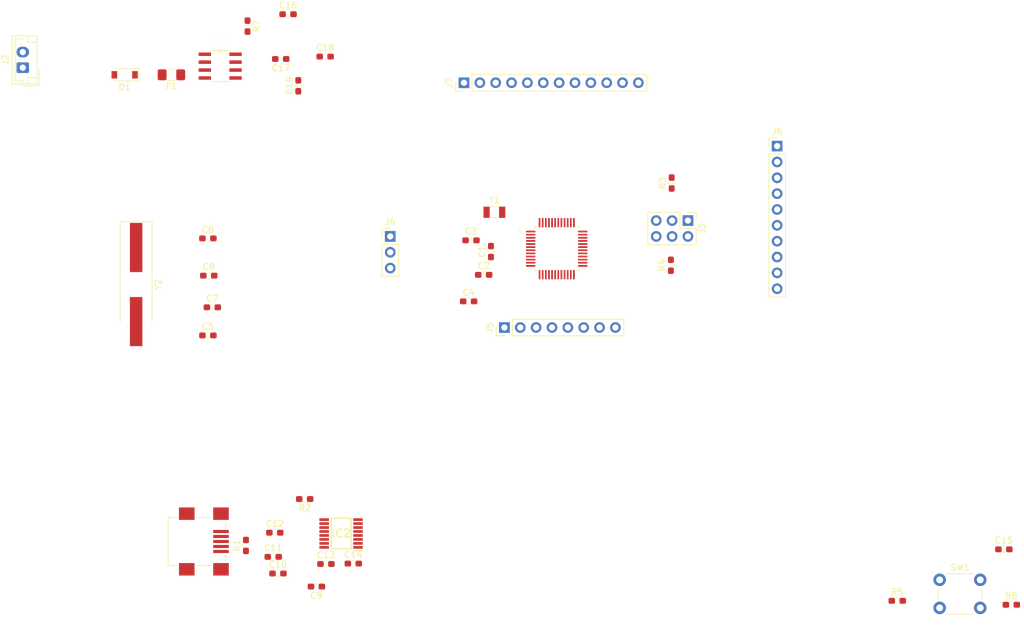
<source format=kicad_pcb>
(kicad_pcb (version 20171130) (host pcbnew "(5.1.4)-1")

  (general
    (thickness 1.6)
    (drawings 0)
    (tracks 0)
    (zones 0)
    (modules 41)
    (nets 66)
  )

  (page A4)
  (layers
    (0 F.Cu signal)
    (31 B.Cu signal)
    (32 B.Adhes user)
    (33 F.Adhes user)
    (34 B.Paste user)
    (35 F.Paste user)
    (36 B.SilkS user)
    (37 F.SilkS user)
    (38 B.Mask user)
    (39 F.Mask user)
    (40 Dwgs.User user)
    (41 Cmts.User user)
    (42 Eco1.User user)
    (43 Eco2.User user)
    (44 Edge.Cuts user)
    (45 Margin user)
    (46 B.CrtYd user)
    (47 F.CrtYd user)
    (48 B.Fab user)
    (49 F.Fab user)
  )

  (setup
    (last_trace_width 0.2)
    (user_trace_width 0.2)
    (trace_clearance 0.2)
    (zone_clearance 0.508)
    (zone_45_only no)
    (trace_min 0.2)
    (via_size 0.8)
    (via_drill 0.4)
    (via_min_size 0.4)
    (via_min_drill 0.3)
    (user_via 0.5 0.3)
    (uvia_size 0.3)
    (uvia_drill 0.1)
    (uvias_allowed no)
    (uvia_min_size 0.2)
    (uvia_min_drill 0.1)
    (edge_width 0.05)
    (segment_width 0.2)
    (pcb_text_width 0.3)
    (pcb_text_size 1.5 1.5)
    (mod_edge_width 0.12)
    (mod_text_size 1 1)
    (mod_text_width 0.15)
    (pad_size 1.524 1.524)
    (pad_drill 0.762)
    (pad_to_mask_clearance 0.051)
    (solder_mask_min_width 0.25)
    (aux_axis_origin 0 0)
    (visible_elements FFFFFF7F)
    (pcbplotparams
      (layerselection 0x010fc_ffffffff)
      (usegerberextensions false)
      (usegerberattributes false)
      (usegerberadvancedattributes false)
      (creategerberjobfile false)
      (excludeedgelayer true)
      (linewidth 0.100000)
      (plotframeref false)
      (viasonmask false)
      (mode 1)
      (useauxorigin false)
      (hpglpennumber 1)
      (hpglpenspeed 20)
      (hpglpendiameter 15.000000)
      (psnegative false)
      (psa4output false)
      (plotreference true)
      (plotvalue true)
      (plotinvisibletext false)
      (padsonsilk false)
      (subtractmaskfromsilk false)
      (outputformat 1)
      (mirror false)
      (drillshape 1)
      (scaleselection 1)
      (outputdirectory ""))
  )

  (net 0 "")
  (net 1 +3V3)
  (net 2 GND)
  (net 3 OSC_32IN)
  (net 4 OSC_32OUT)
  (net 5 OSC_IN)
  (net 6 OSC_OUT)
  (net 7 +5V)
  (net 8 D+)
  (net 9 D-)
  (net 10 VCCIO)
  (net 11 NRST)
  (net 12 "Net-(C16-Pad2)")
  (net 13 "Net-(D1-Pad1)")
  (net 14 BOOT0)
  (net 15 PA13)
  (net 16 PA12)
  (net 17 PA11)
  (net 18 PA10)
  (net 19 PC7)
  (net 20 PC6)
  (net 21 PA9)
  (net 22 PA8)
  (net 23 PB15)
  (net 24 PB14)
  (net 25 PB13)
  (net 26 PA1)
  (net 27 PA0)
  (net 28 PC13)
  (net 29 PB9)
  (net 30 PB8)
  (net 31 PB7)
  (net 32 PB6)
  (net 33 PB5)
  (net 34 PB4)
  (net 35 PB3)
  (net 36 PD3)
  (net 37 PD2)
  (net 38 PD1)
  (net 39 PD0)
  (net 40 PA15)
  (net 41 PB12)
  (net 42 PB11)
  (net 43 PB10)
  (net 44 PB2)
  (net 45 CTS)
  (net 46 PB0)
  (net 47 PA7)
  (net 48 RTS)
  (net 49 PA5)
  (net 50 PA4)
  (net 51 TX)
  (net 52 RX)
  (net 53 "Net-(IC2-Pad16)")
  (net 54 "Net-(IC2-Pad15)")
  (net 55 "Net-(IC2-Pad14)")
  (net 56 "Net-(IC2-Pad9)")
  (net 57 "Net-(IC2-Pad8)")
  (net 58 "Net-(IC2-Pad7)")
  (net 59 "Net-(J1-Pad4)")
  (net 60 "Net-(J3-Pad4)")
  (net 61 "Net-(J3-Pad3)")
  (net 62 +3.3VA)
  (net 63 "Net-(R5-Pad1)")
  (net 64 "Net-(R7-Pad2)")
  (net 65 "Net-(U1-Pad7)")

  (net_class Default "This is the default net class."
    (clearance 0.2)
    (trace_width 0.25)
    (via_dia 0.8)
    (via_drill 0.4)
    (uvia_dia 0.3)
    (uvia_drill 0.1)
    (add_net +3.3VA)
    (add_net +3V3)
    (add_net +5V)
    (add_net BOOT0)
    (add_net CTS)
    (add_net D+)
    (add_net D-)
    (add_net GND)
    (add_net NRST)
    (add_net "Net-(C16-Pad2)")
    (add_net "Net-(D1-Pad1)")
    (add_net "Net-(IC2-Pad14)")
    (add_net "Net-(IC2-Pad15)")
    (add_net "Net-(IC2-Pad16)")
    (add_net "Net-(IC2-Pad7)")
    (add_net "Net-(IC2-Pad8)")
    (add_net "Net-(IC2-Pad9)")
    (add_net "Net-(J1-Pad4)")
    (add_net "Net-(J3-Pad3)")
    (add_net "Net-(J3-Pad4)")
    (add_net "Net-(R5-Pad1)")
    (add_net "Net-(R7-Pad2)")
    (add_net "Net-(U1-Pad7)")
    (add_net OSC_32IN)
    (add_net OSC_32OUT)
    (add_net OSC_IN)
    (add_net OSC_OUT)
    (add_net PA0)
    (add_net PA1)
    (add_net PA10)
    (add_net PA11)
    (add_net PA12)
    (add_net PA13)
    (add_net PA15)
    (add_net PA4)
    (add_net PA5)
    (add_net PA7)
    (add_net PA8)
    (add_net PA9)
    (add_net PB0)
    (add_net PB10)
    (add_net PB11)
    (add_net PB12)
    (add_net PB13)
    (add_net PB14)
    (add_net PB15)
    (add_net PB2)
    (add_net PB3)
    (add_net PB4)
    (add_net PB5)
    (add_net PB6)
    (add_net PB7)
    (add_net PB8)
    (add_net PB9)
    (add_net PC13)
    (add_net PC6)
    (add_net PC7)
    (add_net PD0)
    (add_net PD1)
    (add_net PD2)
    (add_net PD3)
    (add_net RTS)
    (add_net RX)
    (add_net TX)
    (add_net VCCIO)
  )

  (module Crystal:Crystal_SMD_HC49-SD_HandSoldering (layer F.Cu) (tedit 5A1AD52C) (tstamp 5E747F16)
    (at 81.534 69.945 270)
    (descr "SMD Crystal HC-49-SD http://cdn-reichelt.de/documents/datenblatt/B400/xxx-HC49-SMD.pdf, hand-soldering, 11.4x4.7mm^2 package")
    (tags "SMD SMT crystal hand-soldering")
    (path /5E793C0F)
    (attr smd)
    (fp_text reference Y2 (at 0 -3.55 90) (layer F.SilkS)
      (effects (font (size 1 1) (thickness 0.15)))
    )
    (fp_text value "8 MHz" (at 0 3.55 90) (layer F.Fab)
      (effects (font (size 1 1) (thickness 0.15)))
    )
    (fp_arc (start 3.015 0) (end 3.015 -2.115) (angle 180) (layer F.Fab) (width 0.1))
    (fp_arc (start -3.015 0) (end -3.015 -2.115) (angle -180) (layer F.Fab) (width 0.1))
    (fp_line (start 10.2 -2.6) (end -10.2 -2.6) (layer F.CrtYd) (width 0.05))
    (fp_line (start 10.2 2.6) (end 10.2 -2.6) (layer F.CrtYd) (width 0.05))
    (fp_line (start -10.2 2.6) (end 10.2 2.6) (layer F.CrtYd) (width 0.05))
    (fp_line (start -10.2 -2.6) (end -10.2 2.6) (layer F.CrtYd) (width 0.05))
    (fp_line (start -10.075 2.55) (end 5.9 2.55) (layer F.SilkS) (width 0.12))
    (fp_line (start -10.075 -2.55) (end -10.075 2.55) (layer F.SilkS) (width 0.12))
    (fp_line (start 5.9 -2.55) (end -10.075 -2.55) (layer F.SilkS) (width 0.12))
    (fp_line (start -3.015 2.115) (end 3.015 2.115) (layer F.Fab) (width 0.1))
    (fp_line (start -3.015 -2.115) (end 3.015 -2.115) (layer F.Fab) (width 0.1))
    (fp_line (start 5.7 -2.35) (end -5.7 -2.35) (layer F.Fab) (width 0.1))
    (fp_line (start 5.7 2.35) (end 5.7 -2.35) (layer F.Fab) (width 0.1))
    (fp_line (start -5.7 2.35) (end 5.7 2.35) (layer F.Fab) (width 0.1))
    (fp_line (start -5.7 -2.35) (end -5.7 2.35) (layer F.Fab) (width 0.1))
    (fp_text user %R (at 0 0 90) (layer F.Fab)
      (effects (font (size 1 1) (thickness 0.15)))
    )
    (pad 2 smd rect (at 5.9375 0 270) (size 7.875 2) (layers F.Cu F.Paste F.Mask)
      (net 6 OSC_OUT))
    (pad 1 smd rect (at -5.9375 0 270) (size 7.875 2) (layers F.Cu F.Paste F.Mask)
      (net 5 OSC_IN))
    (model ${KISYS3DMOD}/Crystal.3dshapes/Crystal_SMD_HC49-SD.wrl
      (at (xyz 0 0 0))
      (scale (xyz 1 1 1))
      (rotate (xyz 0 0 0))
    )
  )

  (module Crystal:Crystal_SMD_3215-2Pin_3.2x1.5mm (layer F.Cu) (tedit 5A0FD1B2) (tstamp 5E747F00)
    (at 138.918 58.3565)
    (descr "SMD Crystal FC-135 https://support.epson.biz/td/api/doc_check.php?dl=brief_FC-135R_en.pdf")
    (tags "SMD SMT Crystal")
    (path /5E78A230)
    (attr smd)
    (fp_text reference Y1 (at 0 -2) (layer F.SilkS)
      (effects (font (size 1 1) (thickness 0.15)))
    )
    (fp_text value "32.768 kHz" (at 0 2) (layer F.Fab)
      (effects (font (size 1 1) (thickness 0.15)))
    )
    (fp_line (start 2 -1.15) (end 2 1.15) (layer F.CrtYd) (width 0.05))
    (fp_line (start -2 -1.15) (end -2 1.15) (layer F.CrtYd) (width 0.05))
    (fp_line (start -2 1.15) (end 2 1.15) (layer F.CrtYd) (width 0.05))
    (fp_line (start -1.6 0.75) (end 1.6 0.75) (layer F.Fab) (width 0.1))
    (fp_line (start -1.6 -0.75) (end 1.6 -0.75) (layer F.Fab) (width 0.1))
    (fp_line (start 1.6 -0.75) (end 1.6 0.75) (layer F.Fab) (width 0.1))
    (fp_line (start -0.675 -0.875) (end 0.675 -0.875) (layer F.SilkS) (width 0.12))
    (fp_line (start -0.675 0.875) (end 0.675 0.875) (layer F.SilkS) (width 0.12))
    (fp_line (start -1.6 -0.75) (end -1.6 0.75) (layer F.Fab) (width 0.1))
    (fp_line (start -2 -1.15) (end 2 -1.15) (layer F.CrtYd) (width 0.05))
    (fp_text user %R (at 0 -2) (layer F.Fab)
      (effects (font (size 1 1) (thickness 0.15)))
    )
    (pad 2 smd rect (at -1.25 0) (size 1 1.8) (layers F.Cu F.Paste F.Mask)
      (net 4 OSC_32OUT))
    (pad 1 smd rect (at 1.25 0) (size 1 1.8) (layers F.Cu F.Paste F.Mask)
      (net 3 OSC_32IN))
    (model ${KISYS3DMOD}/Crystal.3dshapes/Crystal_SMD_3215-2Pin_3.2x1.5mm.wrl
      (at (xyz 0 0 0))
      (scale (xyz 1 1 1))
      (rotate (xyz 0 0 0))
    )
  )

  (module ExOneFootprints:TPS77733 (layer F.Cu) (tedit 5E72C610) (tstamp 5E747EEF)
    (at 94.996 34.925)
    (path /5EAA83B0)
    (fp_text reference U1 (at 0.534865 -4.431815) (layer F.SilkS)
      (effects (font (size 1.644528 1.644528) (thickness 0.015)))
    )
    (fp_text value TPS77733DR (at 13.01977 4.19584) (layer F.Fab)
      (effects (font (size 1.64189 1.64189) (thickness 0.015)))
    )
    (fp_arc (start 0 -2.4892) (end -0.3048 -2.4892) (angle -180) (layer F.SilkS) (width 0.1))
    (fp_line (start -0.3048 -2.4892) (end -1.3716 -2.4892) (layer F.SilkS) (width 0.1524))
    (fp_line (start 0.3048 -2.4892) (end -0.3048 -2.4892) (layer F.SilkS) (width 0.1524))
    (fp_line (start 1.3716 -2.4892) (end 0.3048 -2.4892) (layer F.SilkS) (width 0.1524))
    (fp_line (start -1.3716 2.4892) (end 1.3716 2.4892) (layer F.SilkS) (width 0.1524))
    (fp_arc (start 0 -2.4892) (end -0.3048 -2.4892) (angle -180) (layer F.Fab) (width 0.1))
    (fp_line (start -2.0066 -2.4892) (end -2.0066 2.4892) (layer F.Fab) (width 0.1524))
    (fp_line (start -0.3048 -2.4892) (end -2.0066 -2.4892) (layer F.Fab) (width 0.1524))
    (fp_line (start 0.3048 -2.4892) (end -0.3048 -2.4892) (layer F.Fab) (width 0.1524))
    (fp_line (start 2.0066 -2.4892) (end 0.3048 -2.4892) (layer F.Fab) (width 0.1524))
    (fp_line (start 2.0066 2.4892) (end 2.0066 -2.4892) (layer F.Fab) (width 0.1524))
    (fp_line (start -2.0066 2.4892) (end 2.0066 2.4892) (layer F.Fab) (width 0.1524))
    (fp_line (start 3.0988 -2.159) (end 2.0066 -2.159) (layer F.Fab) (width 0.1524))
    (fp_line (start 3.0988 -1.651) (end 3.0988 -2.159) (layer F.Fab) (width 0.1524))
    (fp_line (start 2.0066 -1.651) (end 3.0988 -1.651) (layer F.Fab) (width 0.1524))
    (fp_line (start 2.0066 -2.159) (end 2.0066 -1.651) (layer F.Fab) (width 0.1524))
    (fp_line (start 3.0988 -0.889) (end 2.0066 -0.889) (layer F.Fab) (width 0.1524))
    (fp_line (start 3.0988 -0.381) (end 3.0988 -0.889) (layer F.Fab) (width 0.1524))
    (fp_line (start 2.0066 -0.381) (end 3.0988 -0.381) (layer F.Fab) (width 0.1524))
    (fp_line (start 2.0066 -0.889) (end 2.0066 -0.381) (layer F.Fab) (width 0.1524))
    (fp_line (start 3.0988 0.381) (end 2.0066 0.381) (layer F.Fab) (width 0.1524))
    (fp_line (start 3.0988 0.889) (end 3.0988 0.381) (layer F.Fab) (width 0.1524))
    (fp_line (start 2.0066 0.889) (end 3.0988 0.889) (layer F.Fab) (width 0.1524))
    (fp_line (start 2.0066 0.381) (end 2.0066 0.889) (layer F.Fab) (width 0.1524))
    (fp_line (start 3.0988 1.651) (end 2.0066 1.651) (layer F.Fab) (width 0.1524))
    (fp_line (start 3.0988 2.159) (end 3.0988 1.651) (layer F.Fab) (width 0.1524))
    (fp_line (start 2.0066 2.159) (end 3.0988 2.159) (layer F.Fab) (width 0.1524))
    (fp_line (start 2.0066 1.651) (end 2.0066 2.159) (layer F.Fab) (width 0.1524))
    (fp_line (start -3.0988 2.159) (end -2.0066 2.159) (layer F.Fab) (width 0.1524))
    (fp_line (start -3.0988 1.651) (end -3.0988 2.159) (layer F.Fab) (width 0.1524))
    (fp_line (start -2.0066 1.651) (end -3.0988 1.651) (layer F.Fab) (width 0.1524))
    (fp_line (start -2.0066 2.159) (end -2.0066 1.651) (layer F.Fab) (width 0.1524))
    (fp_line (start -3.0988 0.889) (end -2.0066 0.889) (layer F.Fab) (width 0.1524))
    (fp_line (start -3.0988 0.381) (end -3.0988 0.889) (layer F.Fab) (width 0.1524))
    (fp_line (start -2.0066 0.381) (end -3.0988 0.381) (layer F.Fab) (width 0.1524))
    (fp_line (start -2.0066 0.889) (end -2.0066 0.381) (layer F.Fab) (width 0.1524))
    (fp_line (start -3.0988 -0.381) (end -2.0066 -0.381) (layer F.Fab) (width 0.1524))
    (fp_line (start -3.0988 -0.889) (end -3.0988 -0.381) (layer F.Fab) (width 0.1524))
    (fp_line (start -2.0066 -0.889) (end -3.0988 -0.889) (layer F.Fab) (width 0.1524))
    (fp_line (start -2.0066 -0.381) (end -2.0066 -0.889) (layer F.Fab) (width 0.1524))
    (fp_line (start -3.0988 -1.651) (end -2.0066 -1.651) (layer F.Fab) (width 0.1524))
    (fp_line (start -3.0988 -2.159) (end -3.0988 -1.651) (layer F.Fab) (width 0.1524))
    (fp_line (start -2.0066 -2.159) (end -3.0988 -2.159) (layer F.Fab) (width 0.1524))
    (fp_line (start -2.0066 -1.651) (end -2.0066 -2.159) (layer F.Fab) (width 0.1524))
    (pad 8 smd rect (at 2.4638 -1.905) (size 1.9812 0.5588) (layers F.Cu F.Paste F.Mask)
      (net 64 "Net-(R7-Pad2)"))
    (pad 7 smd rect (at 2.4638 -0.635) (size 1.9812 0.5588) (layers F.Cu F.Paste F.Mask)
      (net 65 "Net-(U1-Pad7)"))
    (pad 6 smd rect (at 2.4638 0.635) (size 1.9812 0.5588) (layers F.Cu F.Paste F.Mask)
      (net 1 +3V3))
    (pad 5 smd rect (at 2.4638 1.905) (size 1.9812 0.5588) (layers F.Cu F.Paste F.Mask)
      (net 1 +3V3))
    (pad 4 smd rect (at -2.4638 1.905) (size 1.9812 0.5588) (layers F.Cu F.Paste F.Mask)
      (net 12 "Net-(C16-Pad2)"))
    (pad 3 smd rect (at -2.4638 0.635) (size 1.9812 0.5588) (layers F.Cu F.Paste F.Mask)
      (net 12 "Net-(C16-Pad2)"))
    (pad 2 smd rect (at -2.4638 -0.635) (size 1.9812 0.5588) (layers F.Cu F.Paste F.Mask)
      (net 2 GND))
    (pad 1 smd rect (at -2.4638 -1.905) (size 1.9812 0.5588) (layers F.Cu F.Paste F.Mask)
      (net 2 GND))
  )

  (module Button_Switch_THT:SW_PUSH_6mm (layer F.Cu) (tedit 5A02FE31) (tstamp 5E747EB7)
    (at 210.2485 117.2845)
    (descr https://www.omron.com/ecb/products/pdf/en-b3f.pdf)
    (tags "tact sw push 6mm")
    (path /5E72DBED)
    (fp_text reference SW1 (at 3.25 -2) (layer F.SilkS)
      (effects (font (size 1 1) (thickness 0.15)))
    )
    (fp_text value SW4Push (at 3.75 6.7) (layer F.Fab)
      (effects (font (size 1 1) (thickness 0.15)))
    )
    (fp_circle (center 3.25 2.25) (end 1.25 2.5) (layer F.Fab) (width 0.1))
    (fp_line (start 6.75 3) (end 6.75 1.5) (layer F.SilkS) (width 0.12))
    (fp_line (start 5.5 -1) (end 1 -1) (layer F.SilkS) (width 0.12))
    (fp_line (start -0.25 1.5) (end -0.25 3) (layer F.SilkS) (width 0.12))
    (fp_line (start 1 5.5) (end 5.5 5.5) (layer F.SilkS) (width 0.12))
    (fp_line (start 8 -1.25) (end 8 5.75) (layer F.CrtYd) (width 0.05))
    (fp_line (start 7.75 6) (end -1.25 6) (layer F.CrtYd) (width 0.05))
    (fp_line (start -1.5 5.75) (end -1.5 -1.25) (layer F.CrtYd) (width 0.05))
    (fp_line (start -1.25 -1.5) (end 7.75 -1.5) (layer F.CrtYd) (width 0.05))
    (fp_line (start -1.5 6) (end -1.25 6) (layer F.CrtYd) (width 0.05))
    (fp_line (start -1.5 5.75) (end -1.5 6) (layer F.CrtYd) (width 0.05))
    (fp_line (start -1.5 -1.5) (end -1.25 -1.5) (layer F.CrtYd) (width 0.05))
    (fp_line (start -1.5 -1.25) (end -1.5 -1.5) (layer F.CrtYd) (width 0.05))
    (fp_line (start 8 -1.5) (end 8 -1.25) (layer F.CrtYd) (width 0.05))
    (fp_line (start 7.75 -1.5) (end 8 -1.5) (layer F.CrtYd) (width 0.05))
    (fp_line (start 8 6) (end 8 5.75) (layer F.CrtYd) (width 0.05))
    (fp_line (start 7.75 6) (end 8 6) (layer F.CrtYd) (width 0.05))
    (fp_line (start 0.25 -0.75) (end 3.25 -0.75) (layer F.Fab) (width 0.1))
    (fp_line (start 0.25 5.25) (end 0.25 -0.75) (layer F.Fab) (width 0.1))
    (fp_line (start 6.25 5.25) (end 0.25 5.25) (layer F.Fab) (width 0.1))
    (fp_line (start 6.25 -0.75) (end 6.25 5.25) (layer F.Fab) (width 0.1))
    (fp_line (start 3.25 -0.75) (end 6.25 -0.75) (layer F.Fab) (width 0.1))
    (fp_text user %R (at 3.262 2.1845) (layer F.Fab)
      (effects (font (size 1 1) (thickness 0.15)))
    )
    (pad 1 thru_hole circle (at 6.5 0 90) (size 2 2) (drill 1.1) (layers *.Cu *.Mask)
      (net 2 GND))
    (pad 2 thru_hole circle (at 6.5 4.5 90) (size 2 2) (drill 1.1) (layers *.Cu *.Mask)
      (net 63 "Net-(R5-Pad1)"))
    (pad 1 thru_hole circle (at 0 0 90) (size 2 2) (drill 1.1) (layers *.Cu *.Mask)
      (net 2 GND))
    (pad 2 thru_hole circle (at 0 4.5 90) (size 2 2) (drill 1.1) (layers *.Cu *.Mask)
      (net 63 "Net-(R5-Pad1)"))
    (model ${KISYS3DMOD}/Button_Switch_THT.3dshapes/SW_PUSH_6mm.wrl
      (at (xyz 0 0 0))
      (scale (xyz 1 1 1))
      (rotate (xyz 0 0 0))
    )
  )

  (module Resistor_SMD:R_0603_1608Metric_Pad1.05x0.95mm_HandSolder (layer F.Cu) (tedit 5B301BBD) (tstamp 5E747E98)
    (at 99.3775 28.5115 270)
    (descr "Resistor SMD 0603 (1608 Metric), square (rectangular) end terminal, IPC_7351 nominal with elongated pad for handsoldering. (Body size source: http://www.tortai-tech.com/upload/download/2011102023233369053.pdf), generated with kicad-footprint-generator")
    (tags "resistor handsolder")
    (path /5EAD46B2)
    (attr smd)
    (fp_text reference R7 (at 0 -1.43 90) (layer F.SilkS)
      (effects (font (size 1 1) (thickness 0.15)))
    )
    (fp_text value 250kΩ (at 0 1.43 90) (layer F.Fab)
      (effects (font (size 1 1) (thickness 0.15)))
    )
    (fp_text user %R (at 0 0 90) (layer F.Fab)
      (effects (font (size 0.4 0.4) (thickness 0.06)))
    )
    (fp_line (start 1.65 0.73) (end -1.65 0.73) (layer F.CrtYd) (width 0.05))
    (fp_line (start 1.65 -0.73) (end 1.65 0.73) (layer F.CrtYd) (width 0.05))
    (fp_line (start -1.65 -0.73) (end 1.65 -0.73) (layer F.CrtYd) (width 0.05))
    (fp_line (start -1.65 0.73) (end -1.65 -0.73) (layer F.CrtYd) (width 0.05))
    (fp_line (start -0.171267 0.51) (end 0.171267 0.51) (layer F.SilkS) (width 0.12))
    (fp_line (start -0.171267 -0.51) (end 0.171267 -0.51) (layer F.SilkS) (width 0.12))
    (fp_line (start 0.8 0.4) (end -0.8 0.4) (layer F.Fab) (width 0.1))
    (fp_line (start 0.8 -0.4) (end 0.8 0.4) (layer F.Fab) (width 0.1))
    (fp_line (start -0.8 -0.4) (end 0.8 -0.4) (layer F.Fab) (width 0.1))
    (fp_line (start -0.8 0.4) (end -0.8 -0.4) (layer F.Fab) (width 0.1))
    (pad 2 smd roundrect (at 0.875 0 270) (size 1.05 0.95) (layers F.Cu F.Paste F.Mask) (roundrect_rratio 0.25)
      (net 64 "Net-(R7-Pad2)"))
    (pad 1 smd roundrect (at -0.875 0 270) (size 1.05 0.95) (layers F.Cu F.Paste F.Mask) (roundrect_rratio 0.25)
      (net 1 +3V3))
    (model ${KISYS3DMOD}/Resistor_SMD.3dshapes/R_0603_1608Metric.wrl
      (at (xyz 0 0 0))
      (scale (xyz 1 1 1))
      (rotate (xyz 0 0 0))
    )
  )

  (module Resistor_SMD:R_0603_1608Metric_Pad1.05x0.95mm_HandSolder (layer F.Cu) (tedit 5B301BBD) (tstamp 5E747E87)
    (at 221.728 121.285)
    (descr "Resistor SMD 0603 (1608 Metric), square (rectangular) end terminal, IPC_7351 nominal with elongated pad for handsoldering. (Body size source: http://www.tortai-tech.com/upload/download/2011102023233369053.pdf), generated with kicad-footprint-generator")
    (tags "resistor handsolder")
    (path /5EBCCA59)
    (attr smd)
    (fp_text reference R6 (at 0 -1.43) (layer F.SilkS)
      (effects (font (size 1 1) (thickness 0.15)))
    )
    (fp_text value 10kΩ (at 0 1.43) (layer F.Fab)
      (effects (font (size 1 1) (thickness 0.15)))
    )
    (fp_text user %R (at 0 0) (layer F.Fab)
      (effects (font (size 0.4 0.4) (thickness 0.06)))
    )
    (fp_line (start 1.65 0.73) (end -1.65 0.73) (layer F.CrtYd) (width 0.05))
    (fp_line (start 1.65 -0.73) (end 1.65 0.73) (layer F.CrtYd) (width 0.05))
    (fp_line (start -1.65 -0.73) (end 1.65 -0.73) (layer F.CrtYd) (width 0.05))
    (fp_line (start -1.65 0.73) (end -1.65 -0.73) (layer F.CrtYd) (width 0.05))
    (fp_line (start -0.171267 0.51) (end 0.171267 0.51) (layer F.SilkS) (width 0.12))
    (fp_line (start -0.171267 -0.51) (end 0.171267 -0.51) (layer F.SilkS) (width 0.12))
    (fp_line (start 0.8 0.4) (end -0.8 0.4) (layer F.Fab) (width 0.1))
    (fp_line (start 0.8 -0.4) (end 0.8 0.4) (layer F.Fab) (width 0.1))
    (fp_line (start -0.8 -0.4) (end 0.8 -0.4) (layer F.Fab) (width 0.1))
    (fp_line (start -0.8 0.4) (end -0.8 -0.4) (layer F.Fab) (width 0.1))
    (pad 2 smd roundrect (at 0.875 0) (size 1.05 0.95) (layers F.Cu F.Paste F.Mask) (roundrect_rratio 0.25)
      (net 11 NRST))
    (pad 1 smd roundrect (at -0.875 0) (size 1.05 0.95) (layers F.Cu F.Paste F.Mask) (roundrect_rratio 0.25)
      (net 63 "Net-(R5-Pad1)"))
    (model ${KISYS3DMOD}/Resistor_SMD.3dshapes/R_0603_1608Metric.wrl
      (at (xyz 0 0 0))
      (scale (xyz 1 1 1))
      (rotate (xyz 0 0 0))
    )
  )

  (module Resistor_SMD:R_0603_1608Metric_Pad1.05x0.95mm_HandSolder (layer F.Cu) (tedit 5B301BBD) (tstamp 5E747E76)
    (at 203.454 120.65)
    (descr "Resistor SMD 0603 (1608 Metric), square (rectangular) end terminal, IPC_7351 nominal with elongated pad for handsoldering. (Body size source: http://www.tortai-tech.com/upload/download/2011102023233369053.pdf), generated with kicad-footprint-generator")
    (tags "resistor handsolder")
    (path /5EBB695B)
    (attr smd)
    (fp_text reference R5 (at 0 -1.43) (layer F.SilkS)
      (effects (font (size 1 1) (thickness 0.15)))
    )
    (fp_text value 10kΩ (at 0 1.43) (layer F.Fab)
      (effects (font (size 1 1) (thickness 0.15)))
    )
    (fp_text user %R (at 0 0) (layer F.Fab)
      (effects (font (size 0.4 0.4) (thickness 0.06)))
    )
    (fp_line (start 1.65 0.73) (end -1.65 0.73) (layer F.CrtYd) (width 0.05))
    (fp_line (start 1.65 -0.73) (end 1.65 0.73) (layer F.CrtYd) (width 0.05))
    (fp_line (start -1.65 -0.73) (end 1.65 -0.73) (layer F.CrtYd) (width 0.05))
    (fp_line (start -1.65 0.73) (end -1.65 -0.73) (layer F.CrtYd) (width 0.05))
    (fp_line (start -0.171267 0.51) (end 0.171267 0.51) (layer F.SilkS) (width 0.12))
    (fp_line (start -0.171267 -0.51) (end 0.171267 -0.51) (layer F.SilkS) (width 0.12))
    (fp_line (start 0.8 0.4) (end -0.8 0.4) (layer F.Fab) (width 0.1))
    (fp_line (start 0.8 -0.4) (end 0.8 0.4) (layer F.Fab) (width 0.1))
    (fp_line (start -0.8 -0.4) (end 0.8 -0.4) (layer F.Fab) (width 0.1))
    (fp_line (start -0.8 0.4) (end -0.8 -0.4) (layer F.Fab) (width 0.1))
    (pad 2 smd roundrect (at 0.875 0) (size 1.05 0.95) (layers F.Cu F.Paste F.Mask) (roundrect_rratio 0.25)
      (net 62 +3.3VA))
    (pad 1 smd roundrect (at -0.875 0) (size 1.05 0.95) (layers F.Cu F.Paste F.Mask) (roundrect_rratio 0.25)
      (net 63 "Net-(R5-Pad1)"))
    (model ${KISYS3DMOD}/Resistor_SMD.3dshapes/R_0603_1608Metric.wrl
      (at (xyz 0 0 0))
      (scale (xyz 1 1 1))
      (rotate (xyz 0 0 0))
    )
  )

  (module Resistor_SMD:R_0603_1608Metric_Pad1.05x0.95mm_HandSolder (layer F.Cu) (tedit 5B301BBD) (tstamp 5E747E65)
    (at 167.1955 66.8515 90)
    (descr "Resistor SMD 0603 (1608 Metric), square (rectangular) end terminal, IPC_7351 nominal with elongated pad for handsoldering. (Body size source: http://www.tortai-tech.com/upload/download/2011102023233369053.pdf), generated with kicad-footprint-generator")
    (tags "resistor handsolder")
    (path /5E867775)
    (attr smd)
    (fp_text reference R4 (at 0 -1.43 90) (layer F.SilkS)
      (effects (font (size 1 1) (thickness 0.15)))
    )
    (fp_text value 100Ω (at 0 1.43 90) (layer F.Fab)
      (effects (font (size 1 1) (thickness 0.15)))
    )
    (fp_text user %R (at 0 0 90) (layer F.Fab)
      (effects (font (size 0.4 0.4) (thickness 0.06)))
    )
    (fp_line (start 1.65 0.73) (end -1.65 0.73) (layer F.CrtYd) (width 0.05))
    (fp_line (start 1.65 -0.73) (end 1.65 0.73) (layer F.CrtYd) (width 0.05))
    (fp_line (start -1.65 -0.73) (end 1.65 -0.73) (layer F.CrtYd) (width 0.05))
    (fp_line (start -1.65 0.73) (end -1.65 -0.73) (layer F.CrtYd) (width 0.05))
    (fp_line (start -0.171267 0.51) (end 0.171267 0.51) (layer F.SilkS) (width 0.12))
    (fp_line (start -0.171267 -0.51) (end 0.171267 -0.51) (layer F.SilkS) (width 0.12))
    (fp_line (start 0.8 0.4) (end -0.8 0.4) (layer F.Fab) (width 0.1))
    (fp_line (start 0.8 -0.4) (end 0.8 0.4) (layer F.Fab) (width 0.1))
    (fp_line (start -0.8 -0.4) (end 0.8 -0.4) (layer F.Fab) (width 0.1))
    (fp_line (start -0.8 0.4) (end -0.8 -0.4) (layer F.Fab) (width 0.1))
    (pad 2 smd roundrect (at 0.875 0 90) (size 1.05 0.95) (layers F.Cu F.Paste F.Mask) (roundrect_rratio 0.25)
      (net 60 "Net-(J3-Pad4)"))
    (pad 1 smd roundrect (at -0.875 0 90) (size 1.05 0.95) (layers F.Cu F.Paste F.Mask) (roundrect_rratio 0.25)
      (net 15 PA13))
    (model ${KISYS3DMOD}/Resistor_SMD.3dshapes/R_0603_1608Metric.wrl
      (at (xyz 0 0 0))
      (scale (xyz 1 1 1))
      (rotate (xyz 0 0 0))
    )
  )

  (module Resistor_SMD:R_0603_1608Metric_Pad1.05x0.95mm_HandSolder (layer F.Cu) (tedit 5B301BBD) (tstamp 5E747E54)
    (at 167.3225 53.6715 90)
    (descr "Resistor SMD 0603 (1608 Metric), square (rectangular) end terminal, IPC_7351 nominal with elongated pad for handsoldering. (Body size source: http://www.tortai-tech.com/upload/download/2011102023233369053.pdf), generated with kicad-footprint-generator")
    (tags "resistor handsolder")
    (path /5E8670C0)
    (attr smd)
    (fp_text reference R3 (at 0 -1.43 90) (layer F.SilkS)
      (effects (font (size 1 1) (thickness 0.15)))
    )
    (fp_text value 100Ω (at 0 1.43 90) (layer F.Fab)
      (effects (font (size 1 1) (thickness 0.15)))
    )
    (fp_text user %R (at 0 0 90) (layer F.Fab)
      (effects (font (size 0.4 0.4) (thickness 0.06)))
    )
    (fp_line (start 1.65 0.73) (end -1.65 0.73) (layer F.CrtYd) (width 0.05))
    (fp_line (start 1.65 -0.73) (end 1.65 0.73) (layer F.CrtYd) (width 0.05))
    (fp_line (start -1.65 -0.73) (end 1.65 -0.73) (layer F.CrtYd) (width 0.05))
    (fp_line (start -1.65 0.73) (end -1.65 -0.73) (layer F.CrtYd) (width 0.05))
    (fp_line (start -0.171267 0.51) (end 0.171267 0.51) (layer F.SilkS) (width 0.12))
    (fp_line (start -0.171267 -0.51) (end 0.171267 -0.51) (layer F.SilkS) (width 0.12))
    (fp_line (start 0.8 0.4) (end -0.8 0.4) (layer F.Fab) (width 0.1))
    (fp_line (start 0.8 -0.4) (end 0.8 0.4) (layer F.Fab) (width 0.1))
    (fp_line (start -0.8 -0.4) (end 0.8 -0.4) (layer F.Fab) (width 0.1))
    (fp_line (start -0.8 0.4) (end -0.8 -0.4) (layer F.Fab) (width 0.1))
    (pad 2 smd roundrect (at 0.875 0 90) (size 1.05 0.95) (layers F.Cu F.Paste F.Mask) (roundrect_rratio 0.25)
      (net 14 BOOT0))
    (pad 1 smd roundrect (at -0.875 0 90) (size 1.05 0.95) (layers F.Cu F.Paste F.Mask) (roundrect_rratio 0.25)
      (net 61 "Net-(J3-Pad3)"))
    (model ${KISYS3DMOD}/Resistor_SMD.3dshapes/R_0603_1608Metric.wrl
      (at (xyz 0 0 0))
      (scale (xyz 1 1 1))
      (rotate (xyz 0 0 0))
    )
  )

  (module Resistor_SMD:R_0603_1608Metric_Pad1.05x0.95mm_HandSolder (layer F.Cu) (tedit 5B301BBD) (tstamp 5E747E43)
    (at 108.5355 104.3305 180)
    (descr "Resistor SMD 0603 (1608 Metric), square (rectangular) end terminal, IPC_7351 nominal with elongated pad for handsoldering. (Body size source: http://www.tortai-tech.com/upload/download/2011102023233369053.pdf), generated with kicad-footprint-generator")
    (tags "resistor handsolder")
    (path /5E736622)
    (attr smd)
    (fp_text reference R2 (at 0 -1.43) (layer F.SilkS)
      (effects (font (size 1 1) (thickness 0.15)))
    )
    (fp_text value 27Ω (at 0 1.43) (layer F.Fab)
      (effects (font (size 1 1) (thickness 0.15)))
    )
    (fp_text user %R (at 0 0) (layer F.Fab)
      (effects (font (size 0.4 0.4) (thickness 0.06)))
    )
    (fp_line (start 1.65 0.73) (end -1.65 0.73) (layer F.CrtYd) (width 0.05))
    (fp_line (start 1.65 -0.73) (end 1.65 0.73) (layer F.CrtYd) (width 0.05))
    (fp_line (start -1.65 -0.73) (end 1.65 -0.73) (layer F.CrtYd) (width 0.05))
    (fp_line (start -1.65 0.73) (end -1.65 -0.73) (layer F.CrtYd) (width 0.05))
    (fp_line (start -0.171267 0.51) (end 0.171267 0.51) (layer F.SilkS) (width 0.12))
    (fp_line (start -0.171267 -0.51) (end 0.171267 -0.51) (layer F.SilkS) (width 0.12))
    (fp_line (start 0.8 0.4) (end -0.8 0.4) (layer F.Fab) (width 0.1))
    (fp_line (start 0.8 -0.4) (end 0.8 0.4) (layer F.Fab) (width 0.1))
    (fp_line (start -0.8 -0.4) (end 0.8 -0.4) (layer F.Fab) (width 0.1))
    (fp_line (start -0.8 0.4) (end -0.8 -0.4) (layer F.Fab) (width 0.1))
    (pad 2 smd roundrect (at 0.875 0 180) (size 1.05 0.95) (layers F.Cu F.Paste F.Mask) (roundrect_rratio 0.25)
      (net 9 D-))
    (pad 1 smd roundrect (at -0.875 0 180) (size 1.05 0.95) (layers F.Cu F.Paste F.Mask) (roundrect_rratio 0.25)
      (net 56 "Net-(IC2-Pad9)"))
    (model ${KISYS3DMOD}/Resistor_SMD.3dshapes/R_0603_1608Metric.wrl
      (at (xyz 0 0 0))
      (scale (xyz 1 1 1))
      (rotate (xyz 0 0 0))
    )
  )

  (module Resistor_SMD:R_0603_1608Metric_Pad1.05x0.95mm_HandSolder (layer F.Cu) (tedit 5B301BBD) (tstamp 5E747E32)
    (at 99.1235 111.774 90)
    (descr "Resistor SMD 0603 (1608 Metric), square (rectangular) end terminal, IPC_7351 nominal with elongated pad for handsoldering. (Body size source: http://www.tortai-tech.com/upload/download/2011102023233369053.pdf), generated with kicad-footprint-generator")
    (tags "resistor handsolder")
    (path /5E735FB6)
    (attr smd)
    (fp_text reference R1 (at 0 -1.43 90) (layer F.SilkS)
      (effects (font (size 1 1) (thickness 0.15)))
    )
    (fp_text value 27Ω (at 0 1.43 90) (layer F.Fab)
      (effects (font (size 1 1) (thickness 0.15)))
    )
    (fp_text user %R (at 0 0 90) (layer F.Fab)
      (effects (font (size 0.4 0.4) (thickness 0.06)))
    )
    (fp_line (start 1.65 0.73) (end -1.65 0.73) (layer F.CrtYd) (width 0.05))
    (fp_line (start 1.65 -0.73) (end 1.65 0.73) (layer F.CrtYd) (width 0.05))
    (fp_line (start -1.65 -0.73) (end 1.65 -0.73) (layer F.CrtYd) (width 0.05))
    (fp_line (start -1.65 0.73) (end -1.65 -0.73) (layer F.CrtYd) (width 0.05))
    (fp_line (start -0.171267 0.51) (end 0.171267 0.51) (layer F.SilkS) (width 0.12))
    (fp_line (start -0.171267 -0.51) (end 0.171267 -0.51) (layer F.SilkS) (width 0.12))
    (fp_line (start 0.8 0.4) (end -0.8 0.4) (layer F.Fab) (width 0.1))
    (fp_line (start 0.8 -0.4) (end 0.8 0.4) (layer F.Fab) (width 0.1))
    (fp_line (start -0.8 -0.4) (end 0.8 -0.4) (layer F.Fab) (width 0.1))
    (fp_line (start -0.8 0.4) (end -0.8 -0.4) (layer F.Fab) (width 0.1))
    (pad 2 smd roundrect (at 0.875 0 90) (size 1.05 0.95) (layers F.Cu F.Paste F.Mask) (roundrect_rratio 0.25)
      (net 8 D+))
    (pad 1 smd roundrect (at -0.875 0 90) (size 1.05 0.95) (layers F.Cu F.Paste F.Mask) (roundrect_rratio 0.25)
      (net 57 "Net-(IC2-Pad8)"))
    (model ${KISYS3DMOD}/Resistor_SMD.3dshapes/R_0603_1608Metric.wrl
      (at (xyz 0 0 0))
      (scale (xyz 1 1 1))
      (rotate (xyz 0 0 0))
    )
  )

  (module Connector_PinHeader_2.54mm:PinHeader_1x12_P2.54mm_Vertical (layer F.Cu) (tedit 59FED5CC) (tstamp 5E747E21)
    (at 134.0485 37.592 90)
    (descr "Through hole straight pin header, 1x12, 2.54mm pitch, single row")
    (tags "Through hole pin header THT 1x12 2.54mm single row")
    (path /5E8E732E)
    (fp_text reference J7 (at 0 -2.33 90) (layer F.SilkS)
      (effects (font (size 1 1) (thickness 0.15)))
    )
    (fp_text value 01x12 (at 0 30.27 90) (layer F.Fab)
      (effects (font (size 1 1) (thickness 0.15)))
    )
    (fp_text user %R (at 0 13.97) (layer F.Fab)
      (effects (font (size 1 1) (thickness 0.15)))
    )
    (fp_line (start 1.8 -1.8) (end -1.8 -1.8) (layer F.CrtYd) (width 0.05))
    (fp_line (start 1.8 29.75) (end 1.8 -1.8) (layer F.CrtYd) (width 0.05))
    (fp_line (start -1.8 29.75) (end 1.8 29.75) (layer F.CrtYd) (width 0.05))
    (fp_line (start -1.8 -1.8) (end -1.8 29.75) (layer F.CrtYd) (width 0.05))
    (fp_line (start -1.33 -1.33) (end 0 -1.33) (layer F.SilkS) (width 0.12))
    (fp_line (start -1.33 0) (end -1.33 -1.33) (layer F.SilkS) (width 0.12))
    (fp_line (start -1.33 1.27) (end 1.33 1.27) (layer F.SilkS) (width 0.12))
    (fp_line (start 1.33 1.27) (end 1.33 29.27) (layer F.SilkS) (width 0.12))
    (fp_line (start -1.33 1.27) (end -1.33 29.27) (layer F.SilkS) (width 0.12))
    (fp_line (start -1.33 29.27) (end 1.33 29.27) (layer F.SilkS) (width 0.12))
    (fp_line (start -1.27 -0.635) (end -0.635 -1.27) (layer F.Fab) (width 0.1))
    (fp_line (start -1.27 29.21) (end -1.27 -0.635) (layer F.Fab) (width 0.1))
    (fp_line (start 1.27 29.21) (end -1.27 29.21) (layer F.Fab) (width 0.1))
    (fp_line (start 1.27 -1.27) (end 1.27 29.21) (layer F.Fab) (width 0.1))
    (fp_line (start -0.635 -1.27) (end 1.27 -1.27) (layer F.Fab) (width 0.1))
    (pad 12 thru_hole oval (at 0 27.94 90) (size 1.7 1.7) (drill 1) (layers *.Cu *.Mask)
      (net 40 PA15))
    (pad 11 thru_hole oval (at 0 25.4 90) (size 1.7 1.7) (drill 1) (layers *.Cu *.Mask)
      (net 39 PD0))
    (pad 10 thru_hole oval (at 0 22.86 90) (size 1.7 1.7) (drill 1) (layers *.Cu *.Mask)
      (net 38 PD1))
    (pad 9 thru_hole oval (at 0 20.32 90) (size 1.7 1.7) (drill 1) (layers *.Cu *.Mask)
      (net 37 PD2))
    (pad 8 thru_hole oval (at 0 17.78 90) (size 1.7 1.7) (drill 1) (layers *.Cu *.Mask)
      (net 36 PD3))
    (pad 7 thru_hole oval (at 0 15.24 90) (size 1.7 1.7) (drill 1) (layers *.Cu *.Mask)
      (net 35 PB3))
    (pad 6 thru_hole oval (at 0 12.7 90) (size 1.7 1.7) (drill 1) (layers *.Cu *.Mask)
      (net 34 PB4))
    (pad 5 thru_hole oval (at 0 10.16 90) (size 1.7 1.7) (drill 1) (layers *.Cu *.Mask)
      (net 33 PB5))
    (pad 4 thru_hole oval (at 0 7.62 90) (size 1.7 1.7) (drill 1) (layers *.Cu *.Mask)
      (net 32 PB6))
    (pad 3 thru_hole oval (at 0 5.08 90) (size 1.7 1.7) (drill 1) (layers *.Cu *.Mask)
      (net 31 PB7))
    (pad 2 thru_hole oval (at 0 2.54 90) (size 1.7 1.7) (drill 1) (layers *.Cu *.Mask)
      (net 30 PB8))
    (pad 1 thru_hole rect (at 0 0 90) (size 1.7 1.7) (drill 1) (layers *.Cu *.Mask)
      (net 29 PB9))
    (model ${KISYS3DMOD}/Connector_PinHeader_2.54mm.3dshapes/PinHeader_1x12_P2.54mm_Vertical.wrl
      (at (xyz 0 0 0))
      (scale (xyz 1 1 1))
      (rotate (xyz 0 0 0))
    )
  )

  (module Connector_PinHeader_2.54mm:PinHeader_1x10_P2.54mm_Vertical (layer F.Cu) (tedit 59FED5CC) (tstamp 5E747E01)
    (at 184.2135 47.752)
    (descr "Through hole straight pin header, 1x10, 2.54mm pitch, single row")
    (tags "Through hole pin header THT 1x10 2.54mm single row")
    (path /5E8E69B2)
    (fp_text reference J6 (at 0 -2.33) (layer F.SilkS)
      (effects (font (size 1 1) (thickness 0.15)))
    )
    (fp_text value 01x10 (at 0 25.19) (layer F.Fab)
      (effects (font (size 1 1) (thickness 0.15)))
    )
    (fp_text user %R (at 0 11.43 90) (layer F.Fab)
      (effects (font (size 1 1) (thickness 0.15)))
    )
    (fp_line (start 1.8 -1.8) (end -1.8 -1.8) (layer F.CrtYd) (width 0.05))
    (fp_line (start 1.8 24.65) (end 1.8 -1.8) (layer F.CrtYd) (width 0.05))
    (fp_line (start -1.8 24.65) (end 1.8 24.65) (layer F.CrtYd) (width 0.05))
    (fp_line (start -1.8 -1.8) (end -1.8 24.65) (layer F.CrtYd) (width 0.05))
    (fp_line (start -1.33 -1.33) (end 0 -1.33) (layer F.SilkS) (width 0.12))
    (fp_line (start -1.33 0) (end -1.33 -1.33) (layer F.SilkS) (width 0.12))
    (fp_line (start -1.33 1.27) (end 1.33 1.27) (layer F.SilkS) (width 0.12))
    (fp_line (start 1.33 1.27) (end 1.33 24.19) (layer F.SilkS) (width 0.12))
    (fp_line (start -1.33 1.27) (end -1.33 24.19) (layer F.SilkS) (width 0.12))
    (fp_line (start -1.33 24.19) (end 1.33 24.19) (layer F.SilkS) (width 0.12))
    (fp_line (start -1.27 -0.635) (end -0.635 -1.27) (layer F.Fab) (width 0.1))
    (fp_line (start -1.27 24.13) (end -1.27 -0.635) (layer F.Fab) (width 0.1))
    (fp_line (start 1.27 24.13) (end -1.27 24.13) (layer F.Fab) (width 0.1))
    (fp_line (start 1.27 -1.27) (end 1.27 24.13) (layer F.Fab) (width 0.1))
    (fp_line (start -0.635 -1.27) (end 1.27 -1.27) (layer F.Fab) (width 0.1))
    (pad 10 thru_hole oval (at 0 22.86) (size 1.7 1.7) (drill 1) (layers *.Cu *.Mask)
      (net 25 PB13))
    (pad 9 thru_hole oval (at 0 20.32) (size 1.7 1.7) (drill 1) (layers *.Cu *.Mask)
      (net 24 PB14))
    (pad 8 thru_hole oval (at 0 17.78) (size 1.7 1.7) (drill 1) (layers *.Cu *.Mask)
      (net 23 PB15))
    (pad 7 thru_hole oval (at 0 15.24) (size 1.7 1.7) (drill 1) (layers *.Cu *.Mask)
      (net 22 PA8))
    (pad 6 thru_hole oval (at 0 12.7) (size 1.7 1.7) (drill 1) (layers *.Cu *.Mask)
      (net 21 PA9))
    (pad 5 thru_hole oval (at 0 10.16) (size 1.7 1.7) (drill 1) (layers *.Cu *.Mask)
      (net 20 PC6))
    (pad 4 thru_hole oval (at 0 7.62) (size 1.7 1.7) (drill 1) (layers *.Cu *.Mask)
      (net 19 PC7))
    (pad 3 thru_hole oval (at 0 5.08) (size 1.7 1.7) (drill 1) (layers *.Cu *.Mask)
      (net 18 PA10))
    (pad 2 thru_hole oval (at 0 2.54) (size 1.7 1.7) (drill 1) (layers *.Cu *.Mask)
      (net 17 PA11))
    (pad 1 thru_hole rect (at 0 0) (size 1.7 1.7) (drill 1) (layers *.Cu *.Mask)
      (net 16 PA12))
    (model ${KISYS3DMOD}/Connector_PinHeader_2.54mm.3dshapes/PinHeader_1x10_P2.54mm_Vertical.wrl
      (at (xyz 0 0 0))
      (scale (xyz 1 1 1))
      (rotate (xyz 0 0 0))
    )
  )

  (module Connector_PinHeader_2.54mm:PinHeader_1x08_P2.54mm_Vertical (layer F.Cu) (tedit 59FED5CC) (tstamp 5E747DE3)
    (at 140.5255 76.835 90)
    (descr "Through hole straight pin header, 1x08, 2.54mm pitch, single row")
    (tags "Through hole pin header THT 1x08 2.54mm single row")
    (path /5E8E2FAE)
    (fp_text reference J5 (at 0 -2.33 90) (layer F.SilkS)
      (effects (font (size 1 1) (thickness 0.15)))
    )
    (fp_text value 01x08 (at 0 20.11 90) (layer F.Fab)
      (effects (font (size 1 1) (thickness 0.15)))
    )
    (fp_text user %R (at 0 8.89) (layer F.Fab)
      (effects (font (size 1 1) (thickness 0.15)))
    )
    (fp_line (start 1.8 -1.8) (end -1.8 -1.8) (layer F.CrtYd) (width 0.05))
    (fp_line (start 1.8 19.55) (end 1.8 -1.8) (layer F.CrtYd) (width 0.05))
    (fp_line (start -1.8 19.55) (end 1.8 19.55) (layer F.CrtYd) (width 0.05))
    (fp_line (start -1.8 -1.8) (end -1.8 19.55) (layer F.CrtYd) (width 0.05))
    (fp_line (start -1.33 -1.33) (end 0 -1.33) (layer F.SilkS) (width 0.12))
    (fp_line (start -1.33 0) (end -1.33 -1.33) (layer F.SilkS) (width 0.12))
    (fp_line (start -1.33 1.27) (end 1.33 1.27) (layer F.SilkS) (width 0.12))
    (fp_line (start 1.33 1.27) (end 1.33 19.11) (layer F.SilkS) (width 0.12))
    (fp_line (start -1.33 1.27) (end -1.33 19.11) (layer F.SilkS) (width 0.12))
    (fp_line (start -1.33 19.11) (end 1.33 19.11) (layer F.SilkS) (width 0.12))
    (fp_line (start -1.27 -0.635) (end -0.635 -1.27) (layer F.Fab) (width 0.1))
    (fp_line (start -1.27 19.05) (end -1.27 -0.635) (layer F.Fab) (width 0.1))
    (fp_line (start 1.27 19.05) (end -1.27 19.05) (layer F.Fab) (width 0.1))
    (fp_line (start 1.27 -1.27) (end 1.27 19.05) (layer F.Fab) (width 0.1))
    (fp_line (start -0.635 -1.27) (end 1.27 -1.27) (layer F.Fab) (width 0.1))
    (pad 8 thru_hole oval (at 0 17.78 90) (size 1.7 1.7) (drill 1) (layers *.Cu *.Mask)
      (net 41 PB12))
    (pad 7 thru_hole oval (at 0 15.24 90) (size 1.7 1.7) (drill 1) (layers *.Cu *.Mask)
      (net 42 PB11))
    (pad 6 thru_hole oval (at 0 12.7 90) (size 1.7 1.7) (drill 1) (layers *.Cu *.Mask)
      (net 43 PB10))
    (pad 5 thru_hole oval (at 0 10.16 90) (size 1.7 1.7) (drill 1) (layers *.Cu *.Mask)
      (net 44 PB2))
    (pad 4 thru_hole oval (at 0 7.62 90) (size 1.7 1.7) (drill 1) (layers *.Cu *.Mask)
      (net 46 PB0))
    (pad 3 thru_hole oval (at 0 5.08 90) (size 1.7 1.7) (drill 1) (layers *.Cu *.Mask)
      (net 47 PA7))
    (pad 2 thru_hole oval (at 0 2.54 90) (size 1.7 1.7) (drill 1) (layers *.Cu *.Mask)
      (net 49 PA5))
    (pad 1 thru_hole rect (at 0 0 90) (size 1.7 1.7) (drill 1) (layers *.Cu *.Mask)
      (net 50 PA4))
    (model ${KISYS3DMOD}/Connector_PinHeader_2.54mm.3dshapes/PinHeader_1x08_P2.54mm_Vertical.wrl
      (at (xyz 0 0 0))
      (scale (xyz 1 1 1))
      (rotate (xyz 0 0 0))
    )
  )

  (module Connector_PinHeader_2.54mm:PinHeader_1x03_P2.54mm_Vertical (layer F.Cu) (tedit 59FED5CC) (tstamp 5E747DC7)
    (at 122.2375 62.23)
    (descr "Through hole straight pin header, 1x03, 2.54mm pitch, single row")
    (tags "Through hole pin header THT 1x03 2.54mm single row")
    (path /5E8E29D2)
    (fp_text reference J4 (at 0 -2.33) (layer F.SilkS)
      (effects (font (size 1 1) (thickness 0.15)))
    )
    (fp_text value 01x03 (at 0 7.41) (layer F.Fab)
      (effects (font (size 1 1) (thickness 0.15)))
    )
    (fp_text user %R (at 0 2.54 90) (layer F.Fab)
      (effects (font (size 1 1) (thickness 0.15)))
    )
    (fp_line (start 1.8 -1.8) (end -1.8 -1.8) (layer F.CrtYd) (width 0.05))
    (fp_line (start 1.8 6.85) (end 1.8 -1.8) (layer F.CrtYd) (width 0.05))
    (fp_line (start -1.8 6.85) (end 1.8 6.85) (layer F.CrtYd) (width 0.05))
    (fp_line (start -1.8 -1.8) (end -1.8 6.85) (layer F.CrtYd) (width 0.05))
    (fp_line (start -1.33 -1.33) (end 0 -1.33) (layer F.SilkS) (width 0.12))
    (fp_line (start -1.33 0) (end -1.33 -1.33) (layer F.SilkS) (width 0.12))
    (fp_line (start -1.33 1.27) (end 1.33 1.27) (layer F.SilkS) (width 0.12))
    (fp_line (start 1.33 1.27) (end 1.33 6.41) (layer F.SilkS) (width 0.12))
    (fp_line (start -1.33 1.27) (end -1.33 6.41) (layer F.SilkS) (width 0.12))
    (fp_line (start -1.33 6.41) (end 1.33 6.41) (layer F.SilkS) (width 0.12))
    (fp_line (start -1.27 -0.635) (end -0.635 -1.27) (layer F.Fab) (width 0.1))
    (fp_line (start -1.27 6.35) (end -1.27 -0.635) (layer F.Fab) (width 0.1))
    (fp_line (start 1.27 6.35) (end -1.27 6.35) (layer F.Fab) (width 0.1))
    (fp_line (start 1.27 -1.27) (end 1.27 6.35) (layer F.Fab) (width 0.1))
    (fp_line (start -0.635 -1.27) (end 1.27 -1.27) (layer F.Fab) (width 0.1))
    (pad 3 thru_hole oval (at 0 5.08) (size 1.7 1.7) (drill 1) (layers *.Cu *.Mask)
      (net 26 PA1))
    (pad 2 thru_hole oval (at 0 2.54) (size 1.7 1.7) (drill 1) (layers *.Cu *.Mask)
      (net 27 PA0))
    (pad 1 thru_hole rect (at 0 0) (size 1.7 1.7) (drill 1) (layers *.Cu *.Mask)
      (net 28 PC13))
    (model ${KISYS3DMOD}/Connector_PinHeader_2.54mm.3dshapes/PinHeader_1x03_P2.54mm_Vertical.wrl
      (at (xyz 0 0 0))
      (scale (xyz 1 1 1))
      (rotate (xyz 0 0 0))
    )
  )

  (module Connector_PinHeader_2.54mm:PinHeader_2x03_P2.54mm_Vertical (layer F.Cu) (tedit 59FED5CC) (tstamp 5E747DB0)
    (at 169.926 59.69 270)
    (descr "Through hole straight pin header, 2x03, 2.54mm pitch, double rows")
    (tags "Through hole pin header THT 2x03 2.54mm double row")
    (path /5E85B14A)
    (fp_text reference J3 (at 1.27 -2.33 90) (layer F.SilkS)
      (effects (font (size 1 1) (thickness 0.15)))
    )
    (fp_text value "02x03 Header" (at 1.27 7.41 90) (layer F.Fab)
      (effects (font (size 1 1) (thickness 0.15)))
    )
    (fp_text user %R (at 1.27 2.54) (layer F.Fab)
      (effects (font (size 1 1) (thickness 0.15)))
    )
    (fp_line (start 4.35 -1.8) (end -1.8 -1.8) (layer F.CrtYd) (width 0.05))
    (fp_line (start 4.35 6.85) (end 4.35 -1.8) (layer F.CrtYd) (width 0.05))
    (fp_line (start -1.8 6.85) (end 4.35 6.85) (layer F.CrtYd) (width 0.05))
    (fp_line (start -1.8 -1.8) (end -1.8 6.85) (layer F.CrtYd) (width 0.05))
    (fp_line (start -1.33 -1.33) (end 0 -1.33) (layer F.SilkS) (width 0.12))
    (fp_line (start -1.33 0) (end -1.33 -1.33) (layer F.SilkS) (width 0.12))
    (fp_line (start 1.27 -1.33) (end 3.87 -1.33) (layer F.SilkS) (width 0.12))
    (fp_line (start 1.27 1.27) (end 1.27 -1.33) (layer F.SilkS) (width 0.12))
    (fp_line (start -1.33 1.27) (end 1.27 1.27) (layer F.SilkS) (width 0.12))
    (fp_line (start 3.87 -1.33) (end 3.87 6.41) (layer F.SilkS) (width 0.12))
    (fp_line (start -1.33 1.27) (end -1.33 6.41) (layer F.SilkS) (width 0.12))
    (fp_line (start -1.33 6.41) (end 3.87 6.41) (layer F.SilkS) (width 0.12))
    (fp_line (start -1.27 0) (end 0 -1.27) (layer F.Fab) (width 0.1))
    (fp_line (start -1.27 6.35) (end -1.27 0) (layer F.Fab) (width 0.1))
    (fp_line (start 3.81 6.35) (end -1.27 6.35) (layer F.Fab) (width 0.1))
    (fp_line (start 3.81 -1.27) (end 3.81 6.35) (layer F.Fab) (width 0.1))
    (fp_line (start 0 -1.27) (end 3.81 -1.27) (layer F.Fab) (width 0.1))
    (pad 6 thru_hole oval (at 2.54 5.08 270) (size 1.7 1.7) (drill 1) (layers *.Cu *.Mask)
      (net 2 GND))
    (pad 5 thru_hole oval (at 0 5.08 270) (size 1.7 1.7) (drill 1) (layers *.Cu *.Mask)
      (net 2 GND))
    (pad 4 thru_hole oval (at 2.54 2.54 270) (size 1.7 1.7) (drill 1) (layers *.Cu *.Mask)
      (net 60 "Net-(J3-Pad4)"))
    (pad 3 thru_hole oval (at 0 2.54 270) (size 1.7 1.7) (drill 1) (layers *.Cu *.Mask)
      (net 61 "Net-(J3-Pad3)"))
    (pad 2 thru_hole oval (at 2.54 0 270) (size 1.7 1.7) (drill 1) (layers *.Cu *.Mask)
      (net 1 +3V3))
    (pad 1 thru_hole rect (at 0 0 270) (size 1.7 1.7) (drill 1) (layers *.Cu *.Mask)
      (net 1 +3V3))
    (model ${KISYS3DMOD}/Connector_PinHeader_2.54mm.3dshapes/PinHeader_2x03_P2.54mm_Vertical.wrl
      (at (xyz 0 0 0))
      (scale (xyz 1 1 1))
      (rotate (xyz 0 0 0))
    )
  )

  (module Connector_JST:JST_EH_B2B-EH-A_1x02_P2.50mm_Vertical (layer F.Cu) (tedit 5C28142C) (tstamp 5E747D94)
    (at 63.373 35.179 90)
    (descr "JST EH series connector, B2B-EH-A (http://www.jst-mfg.com/product/pdf/eng/eEH.pdf), generated with kicad-footprint-generator")
    (tags "connector JST EH vertical")
    (path /5E730BF0)
    (fp_text reference J2 (at 1.25 -2.8 90) (layer F.SilkS)
      (effects (font (size 1 1) (thickness 0.15)))
    )
    (fp_text value Conn_01x02 (at 1.25 3.4 90) (layer F.Fab)
      (effects (font (size 1 1) (thickness 0.15)))
    )
    (fp_text user %R (at 1.25 1.5 90) (layer F.Fab)
      (effects (font (size 1 1) (thickness 0.15)))
    )
    (fp_line (start -2.91 2.61) (end -0.41 2.61) (layer F.Fab) (width 0.1))
    (fp_line (start -2.91 0.11) (end -2.91 2.61) (layer F.Fab) (width 0.1))
    (fp_line (start -2.91 2.61) (end -0.41 2.61) (layer F.SilkS) (width 0.12))
    (fp_line (start -2.91 0.11) (end -2.91 2.61) (layer F.SilkS) (width 0.12))
    (fp_line (start 4.11 0.81) (end 4.11 2.31) (layer F.SilkS) (width 0.12))
    (fp_line (start 5.11 0.81) (end 4.11 0.81) (layer F.SilkS) (width 0.12))
    (fp_line (start -1.61 0.81) (end -1.61 2.31) (layer F.SilkS) (width 0.12))
    (fp_line (start -2.61 0.81) (end -1.61 0.81) (layer F.SilkS) (width 0.12))
    (fp_line (start 4.61 0) (end 5.11 0) (layer F.SilkS) (width 0.12))
    (fp_line (start 4.61 -1.21) (end 4.61 0) (layer F.SilkS) (width 0.12))
    (fp_line (start -2.11 -1.21) (end 4.61 -1.21) (layer F.SilkS) (width 0.12))
    (fp_line (start -2.11 0) (end -2.11 -1.21) (layer F.SilkS) (width 0.12))
    (fp_line (start -2.61 0) (end -2.11 0) (layer F.SilkS) (width 0.12))
    (fp_line (start 5.11 -1.71) (end -2.61 -1.71) (layer F.SilkS) (width 0.12))
    (fp_line (start 5.11 2.31) (end 5.11 -1.71) (layer F.SilkS) (width 0.12))
    (fp_line (start -2.61 2.31) (end 5.11 2.31) (layer F.SilkS) (width 0.12))
    (fp_line (start -2.61 -1.71) (end -2.61 2.31) (layer F.SilkS) (width 0.12))
    (fp_line (start 5.5 -2.1) (end -3 -2.1) (layer F.CrtYd) (width 0.05))
    (fp_line (start 5.5 2.7) (end 5.5 -2.1) (layer F.CrtYd) (width 0.05))
    (fp_line (start -3 2.7) (end 5.5 2.7) (layer F.CrtYd) (width 0.05))
    (fp_line (start -3 -2.1) (end -3 2.7) (layer F.CrtYd) (width 0.05))
    (fp_line (start 5 -1.6) (end -2.5 -1.6) (layer F.Fab) (width 0.1))
    (fp_line (start 5 2.2) (end 5 -1.6) (layer F.Fab) (width 0.1))
    (fp_line (start -2.5 2.2) (end 5 2.2) (layer F.Fab) (width 0.1))
    (fp_line (start -2.5 -1.6) (end -2.5 2.2) (layer F.Fab) (width 0.1))
    (pad 2 thru_hole oval (at 2.5 0 90) (size 1.7 2) (drill 1) (layers *.Cu *.Mask)
      (net 13 "Net-(D1-Pad1)"))
    (pad 1 thru_hole roundrect (at 0 0 90) (size 1.7 2) (drill 1) (layers *.Cu *.Mask) (roundrect_rratio 0.147059)
      (net 2 GND))
    (model ${KISYS3DMOD}/Connector_JST.3dshapes/JST_EH_B2B-EH-A_1x02_P2.50mm_Vertical.wrl
      (at (xyz 0 0 0))
      (scale (xyz 1 1 1))
      (rotate (xyz 0 0 0))
    )
  )

  (module ExOneFootprints:UJ2-MBH-SMT (layer F.Cu) (tedit 5E71989A) (tstamp 5E747D74)
    (at 95.123 109.5375 270)
    (path /5E725E7F)
    (fp_text reference J1 (at 1.02509 -2.78527 90) (layer F.SilkS)
      (effects (font (size 1.000094 1.000094) (thickness 0.015)))
    )
    (fp_text value UJ2-MBH-3-SMT (at 8.65766 9.72927 90) (layer F.Fab)
      (effects (font (size 1.001465 1.001465) (thickness 0.015)))
    )
    (fp_line (start -4.11 1.6) (end -2.51 1.6) (layer F.CrtYd) (width 0.05))
    (fp_line (start -4.11 -1.5) (end -4.11 1.6) (layer F.CrtYd) (width 0.05))
    (fp_line (start -1.61 -1.5) (end -4.11 -1.5) (layer F.CrtYd) (width 0.05))
    (fp_line (start -1.61 -1) (end -1.61 -1.5) (layer F.CrtYd) (width 0.05))
    (fp_line (start -0.5 -1) (end -1.61 -1) (layer F.CrtYd) (width 0.05))
    (fp_line (start -0.5 -1.5) (end -0.5 -1) (layer F.CrtYd) (width 0.05))
    (fp_line (start 3.7 -1.5) (end -0.5 -1.5) (layer F.CrtYd) (width 0.05))
    (fp_line (start 3.7 -1) (end 3.7 -1.5) (layer F.CrtYd) (width 0.05))
    (fp_line (start 4.81 -1) (end 3.7 -1) (layer F.CrtYd) (width 0.05))
    (fp_line (start 4.81 -1.5) (end 4.81 -1) (layer F.CrtYd) (width 0.05))
    (fp_line (start 7.31 -1.5) (end 4.81 -1.5) (layer F.CrtYd) (width 0.05))
    (fp_line (start 7.31 1.6) (end 7.31 -1.5) (layer F.CrtYd) (width 0.05))
    (fp_line (start 5.71 1.6) (end 7.31 1.6) (layer F.CrtYd) (width 0.05))
    (fp_line (start 5.71 3.85) (end 5.71 1.6) (layer F.CrtYd) (width 0.05))
    (fp_line (start 7.31 3.85) (end 5.71 3.85) (layer F.CrtYd) (width 0.05))
    (fp_line (start 7.31 7.1) (end 7.31 3.85) (layer F.CrtYd) (width 0.05))
    (fp_line (start 5.71 7.1) (end 7.31 7.1) (layer F.CrtYd) (width 0.05))
    (fp_line (start 5.71 8.7) (end 5.71 7.1) (layer F.CrtYd) (width 0.05))
    (fp_line (start -2.51 8.7) (end 5.71 8.7) (layer F.CrtYd) (width 0.05))
    (fp_line (start -2.51 6.98) (end -2.51 8.7) (layer F.CrtYd) (width 0.05))
    (fp_line (start -4.11 6.98) (end -2.51 6.98) (layer F.CrtYd) (width 0.05))
    (fp_line (start -4.11 3.85) (end -4.11 6.98) (layer F.CrtYd) (width 0.05))
    (fp_line (start -2.51 3.85) (end -4.11 3.85) (layer F.CrtYd) (width 0.05))
    (fp_line (start -2.51 1.6) (end -2.51 3.85) (layer F.CrtYd) (width 0.05))
    (fp_circle (center 0 -0.15) (end 0.08 -0.15) (layer F.Fab) (width 0.16))
    (fp_circle (center -0.9 -1.4) (end -0.82 -1.4) (layer F.SilkS) (width 0.16))
    (fp_text user PCB~EDGE (at 5.85628 8.8595 90) (layer F.Fab)
      (effects (font (size 0.630598 0.630598) (thickness 0.015)))
    )
    (fp_line (start 5.46 7.85) (end 11.6 7.85) (layer F.Fab) (width 0.127))
    (fp_line (start 5.46 8.45) (end 5.46 6.98) (layer F.SilkS) (width 0.127))
    (fp_line (start -2.26 8.45) (end 5.46 8.45) (layer F.SilkS) (width 0.127))
    (fp_line (start -2.26 6.98) (end -2.26 8.45) (layer F.SilkS) (width 0.127))
    (fp_line (start 3.7 -0.75) (end 4.81 -0.75) (layer F.SilkS) (width 0.127))
    (fp_line (start -1.61 -0.75) (end -0.5 -0.75) (layer F.SilkS) (width 0.127))
    (fp_line (start 5.46 3.98) (end 5.46 1.5) (layer F.SilkS) (width 0.127))
    (fp_line (start -2.26 3.98) (end -2.26 1.5) (layer F.SilkS) (width 0.127))
    (fp_line (start -2.26 8.45) (end -2.26 -0.75) (layer F.Fab) (width 0.127))
    (fp_line (start 5.46 8.45) (end -2.26 8.45) (layer F.Fab) (width 0.127))
    (fp_line (start 5.46 7.85) (end 5.46 8.45) (layer F.Fab) (width 0.127))
    (fp_line (start 5.46 -0.75) (end 5.46 7.85) (layer F.Fab) (width 0.127))
    (fp_line (start -2.26 -0.75) (end 5.46 -0.75) (layer F.Fab) (width 0.127))
    (pad SH4 smd rect (at 6.06 5.48 270) (size 2 2.5) (layers F.Cu F.Paste F.Mask))
    (pad SH3 smd rect (at -2.86 5.48 270) (size 2 2.5) (layers F.Cu F.Paste F.Mask))
    (pad None np_thru_hole circle (at 3.8 2.51 270) (size 0.9 0.9) (drill 0.9) (layers *.Cu *.Mask))
    (pad None np_thru_hole circle (at -0.6 2.51 270) (size 0.9 0.9) (drill 0.9) (layers *.Cu *.Mask))
    (pad SH2 smd rect (at 6.06 0 270) (size 2 2.5) (layers F.Cu F.Paste F.Mask))
    (pad SH1 smd rect (at -2.86 0 270) (size 2 2.5) (layers F.Cu F.Paste F.Mask))
    (pad 5 smd rect (at 3.2 0 270) (size 0.5 2.5) (layers F.Cu F.Paste F.Mask)
      (net 2 GND))
    (pad 4 smd rect (at 2.4 0 270) (size 0.5 2.5) (layers F.Cu F.Paste F.Mask)
      (net 59 "Net-(J1-Pad4)"))
    (pad 3 smd rect (at 1.6 0 270) (size 0.5 2.5) (layers F.Cu F.Paste F.Mask)
      (net 8 D+))
    (pad 2 smd rect (at 0.8 0 270) (size 0.5 2.5) (layers F.Cu F.Paste F.Mask)
      (net 9 D-))
    (pad 1 smd rect (at 0 0 270) (size 0.5 2.5) (layers F.Cu F.Paste F.Mask)
      (net 7 +5V))
  )

  (module ExOneFootprints:FT230XS (layer F.Cu) (tedit 0) (tstamp 5E747D3D)
    (at 114.3635 109.855 180)
    (descr "SSOP-16 (MO-137AB)")
    (tags "Integrated Circuit")
    (path /5E728731)
    (attr smd)
    (fp_text reference IC2 (at 0 0) (layer F.SilkS)
      (effects (font (size 1.27 1.27) (thickness 0.254)))
    )
    (fp_text value FT230XS (at 0 0) (layer F.SilkS) hide
      (effects (font (size 1.27 1.27) (thickness 0.254)))
    )
    (fp_line (start -3.475 -2.79) (end -1.95 -2.79) (layer F.SilkS) (width 0.2))
    (fp_line (start -1.6 2.451) (end -1.6 -2.451) (layer F.SilkS) (width 0.2))
    (fp_line (start 1.6 2.451) (end -1.6 2.451) (layer F.SilkS) (width 0.2))
    (fp_line (start 1.6 -2.451) (end 1.6 2.451) (layer F.SilkS) (width 0.2))
    (fp_line (start -1.6 -2.451) (end 1.6 -2.451) (layer F.SilkS) (width 0.2))
    (fp_line (start -1.95 -1.816) (end -1.314 -2.451) (layer F.Fab) (width 0.1))
    (fp_line (start -1.95 2.451) (end -1.95 -2.451) (layer F.Fab) (width 0.1))
    (fp_line (start 1.95 2.451) (end -1.95 2.451) (layer F.Fab) (width 0.1))
    (fp_line (start 1.95 -2.451) (end 1.95 2.451) (layer F.Fab) (width 0.1))
    (fp_line (start -1.95 -2.451) (end 1.95 -2.451) (layer F.Fab) (width 0.1))
    (fp_line (start -3.725 2.752) (end -3.725 -2.752) (layer F.CrtYd) (width 0.05))
    (fp_line (start 3.725 2.752) (end -3.725 2.752) (layer F.CrtYd) (width 0.05))
    (fp_line (start 3.725 -2.752) (end 3.725 2.752) (layer F.CrtYd) (width 0.05))
    (fp_line (start -3.725 -2.752) (end 3.725 -2.752) (layer F.CrtYd) (width 0.05))
    (fp_text user %R (at 0 0) (layer F.Fab)
      (effects (font (size 1.27 1.27) (thickness 0.254)))
    )
    (pad 16 smd rect (at 2.712 -2.222 270) (size 0.435 1.526) (layers F.Cu F.Paste F.Mask)
      (net 53 "Net-(IC2-Pad16)"))
    (pad 15 smd rect (at 2.712 -1.588 270) (size 0.435 1.526) (layers F.Cu F.Paste F.Mask)
      (net 54 "Net-(IC2-Pad15)"))
    (pad 14 smd rect (at 2.712 -0.952 270) (size 0.435 1.526) (layers F.Cu F.Paste F.Mask)
      (net 55 "Net-(IC2-Pad14)"))
    (pad 13 smd rect (at 2.712 -0.318 270) (size 0.435 1.526) (layers F.Cu F.Paste F.Mask)
      (net 2 GND))
    (pad 12 smd rect (at 2.712 0.318 270) (size 0.435 1.526) (layers F.Cu F.Paste F.Mask)
      (net 7 +5V))
    (pad 11 smd rect (at 2.712 0.952 270) (size 0.435 1.526) (layers F.Cu F.Paste F.Mask)
      (net 10 VCCIO))
    (pad 10 smd rect (at 2.712 1.588 270) (size 0.435 1.526) (layers F.Cu F.Paste F.Mask)
      (net 10 VCCIO))
    (pad 9 smd rect (at 2.712 2.222 270) (size 0.435 1.526) (layers F.Cu F.Paste F.Mask)
      (net 56 "Net-(IC2-Pad9)"))
    (pad 8 smd rect (at -2.712 2.222 270) (size 0.435 1.526) (layers F.Cu F.Paste F.Mask)
      (net 57 "Net-(IC2-Pad8)"))
    (pad 7 smd rect (at -2.712 1.588 270) (size 0.435 1.526) (layers F.Cu F.Paste F.Mask)
      (net 58 "Net-(IC2-Pad7)"))
    (pad 6 smd rect (at -2.712 0.952 270) (size 0.435 1.526) (layers F.Cu F.Paste F.Mask)
      (net 45 CTS))
    (pad 5 smd rect (at -2.712 0.318 270) (size 0.435 1.526) (layers F.Cu F.Paste F.Mask)
      (net 2 GND))
    (pad 4 smd rect (at -2.712 -0.318 270) (size 0.435 1.526) (layers F.Cu F.Paste F.Mask)
      (net 52 RX))
    (pad 3 smd rect (at -2.712 -0.952 270) (size 0.435 1.526) (layers F.Cu F.Paste F.Mask)
      (net 10 VCCIO))
    (pad 2 smd rect (at -2.712 -1.588 270) (size 0.435 1.526) (layers F.Cu F.Paste F.Mask)
      (net 48 RTS))
    (pad 1 smd rect (at -2.712 -2.222 270) (size 0.435 1.526) (layers F.Cu F.Paste F.Mask)
      (net 51 TX))
    (model FT230XS-R.stp
      (at (xyz 0 0 0))
      (scale (xyz 1 1 1))
      (rotate (xyz 0 0 0))
    )
  )

  (module ExOneFootprints:STM32G041C8 (layer F.Cu) (tedit 5E71971F) (tstamp 5E747D1A)
    (at 148.9075 64.1985)
    (path /5E724848)
    (fp_text reference IC1 (at -3.048 -6.1214) (layer F.SilkS)
      (effects (font (size 0.64 0.64) (thickness 0.015)))
    )
    (fp_text value STM32G041C8T6 (at 3.4544 6.1214) (layer F.Fab)
      (effects (font (size 0.64 0.64) (thickness 0.015)))
    )
    (fp_line (start 5.165 5.165) (end 5.165 -5.165) (layer F.CrtYd) (width 0.05))
    (fp_line (start -5.165 5.165) (end -5.165 -5.165) (layer F.CrtYd) (width 0.05))
    (fp_line (start -5.165 -5.165) (end 5.165 -5.165) (layer F.CrtYd) (width 0.05))
    (fp_line (start -5.165 5.165) (end 5.165 5.165) (layer F.CrtYd) (width 0.05))
    (fp_line (start -3.55 -3.55) (end -3.55 -3.21) (layer F.SilkS) (width 0.127))
    (fp_line (start -3.55 3.55) (end -3.55 3.21) (layer F.SilkS) (width 0.127))
    (fp_line (start 3.55 -3.55) (end 3.55 -3.21) (layer F.SilkS) (width 0.127))
    (fp_line (start 3.55 3.55) (end 3.55 3.21) (layer F.SilkS) (width 0.127))
    (fp_line (start -3.55 -3.55) (end -3.21 -3.55) (layer F.SilkS) (width 0.127))
    (fp_line (start -3.55 3.55) (end -3.21 3.55) (layer F.SilkS) (width 0.127))
    (fp_line (start 3.55 -3.55) (end 3.21 -3.55) (layer F.SilkS) (width 0.127))
    (fp_line (start 3.55 3.55) (end 3.21 3.55) (layer F.SilkS) (width 0.127))
    (fp_line (start -3.55 3.55) (end -3.55 -3.55) (layer F.Fab) (width 0.127))
    (fp_line (start 3.55 3.55) (end 3.55 -3.55) (layer F.Fab) (width 0.127))
    (fp_line (start 3.55 -3.55) (end -3.55 -3.55) (layer F.Fab) (width 0.127))
    (fp_line (start 3.55 3.55) (end -3.55 3.55) (layer F.Fab) (width 0.127))
    (fp_circle (center -5.86 -2.75) (end -5.76 -2.75) (layer F.Fab) (width 0.2))
    (fp_circle (center -5.86 -2.75) (end -5.76 -2.75) (layer F.SilkS) (width 0.2))
    (pad 36 smd rect (at 4.17 -2.75) (size 1.49 0.28) (layers F.Cu F.Paste F.Mask)
      (net 14 BOOT0))
    (pad 35 smd rect (at 4.17 -2.25) (size 1.49 0.28) (layers F.Cu F.Paste F.Mask)
      (net 15 PA13))
    (pad 34 smd rect (at 4.17 -1.75) (size 1.49 0.28) (layers F.Cu F.Paste F.Mask)
      (net 16 PA12))
    (pad 33 smd rect (at 4.17 -1.25) (size 1.49 0.28) (layers F.Cu F.Paste F.Mask)
      (net 17 PA11))
    (pad 32 smd rect (at 4.17 -0.75) (size 1.49 0.28) (layers F.Cu F.Paste F.Mask)
      (net 18 PA10))
    (pad 31 smd rect (at 4.17 -0.25) (size 1.49 0.28) (layers F.Cu F.Paste F.Mask)
      (net 19 PC7))
    (pad 30 smd rect (at 4.17 0.25) (size 1.49 0.28) (layers F.Cu F.Paste F.Mask)
      (net 20 PC6))
    (pad 29 smd rect (at 4.17 0.75) (size 1.49 0.28) (layers F.Cu F.Paste F.Mask)
      (net 21 PA9))
    (pad 28 smd rect (at 4.17 1.25) (size 1.49 0.28) (layers F.Cu F.Paste F.Mask)
      (net 22 PA8))
    (pad 27 smd rect (at 4.17 1.75) (size 1.49 0.28) (layers F.Cu F.Paste F.Mask)
      (net 23 PB15))
    (pad 26 smd rect (at 4.17 2.25) (size 1.49 0.28) (layers F.Cu F.Paste F.Mask)
      (net 24 PB14))
    (pad 25 smd rect (at 4.17 2.75) (size 1.49 0.28) (layers F.Cu F.Paste F.Mask)
      (net 25 PB13))
    (pad 12 smd rect (at -4.17 2.75) (size 1.49 0.28) (layers F.Cu F.Paste F.Mask)
      (net 26 PA1))
    (pad 11 smd rect (at -4.17 2.25) (size 1.49 0.28) (layers F.Cu F.Paste F.Mask)
      (net 27 PA0))
    (pad 10 smd rect (at -4.17 1.75) (size 1.49 0.28) (layers F.Cu F.Paste F.Mask)
      (net 11 NRST))
    (pad 9 smd rect (at -4.17 1.25) (size 1.49 0.28) (layers F.Cu F.Paste F.Mask)
      (net 6 OSC_OUT))
    (pad 8 smd rect (at -4.17 0.75) (size 1.49 0.28) (layers F.Cu F.Paste F.Mask)
      (net 5 OSC_IN))
    (pad 7 smd rect (at -4.17 0.25) (size 1.49 0.28) (layers F.Cu F.Paste F.Mask)
      (net 2 GND))
    (pad 6 smd rect (at -4.17 -0.25) (size 1.49 0.28) (layers F.Cu F.Paste F.Mask)
      (net 1 +3V3))
    (pad 5 smd rect (at -4.17 -0.75) (size 1.49 0.28) (layers F.Cu F.Paste F.Mask)
      (net 1 +3V3))
    (pad 4 smd rect (at -4.17 -1.25) (size 1.49 0.28) (layers F.Cu F.Paste F.Mask)
      (net 1 +3V3))
    (pad 3 smd rect (at -4.17 -1.75) (size 1.49 0.28) (layers F.Cu F.Paste F.Mask)
      (net 4 OSC_32OUT))
    (pad 2 smd rect (at -4.17 -2.25) (size 1.49 0.28) (layers F.Cu F.Paste F.Mask)
      (net 3 OSC_32IN))
    (pad 1 smd rect (at -4.17 -2.75) (size 1.49 0.28) (layers F.Cu F.Paste F.Mask)
      (net 28 PC13))
    (pad 48 smd rect (at -2.75 -4.17) (size 0.28 1.49) (layers F.Cu F.Paste F.Mask)
      (net 29 PB9))
    (pad 47 smd rect (at -2.25 -4.17) (size 0.28 1.49) (layers F.Cu F.Paste F.Mask)
      (net 30 PB8))
    (pad 46 smd rect (at -1.75 -4.17) (size 0.28 1.49) (layers F.Cu F.Paste F.Mask)
      (net 31 PB7))
    (pad 45 smd rect (at -1.25 -4.17) (size 0.28 1.49) (layers F.Cu F.Paste F.Mask)
      (net 32 PB6))
    (pad 44 smd rect (at -0.75 -4.17) (size 0.28 1.49) (layers F.Cu F.Paste F.Mask)
      (net 33 PB5))
    (pad 43 smd rect (at -0.25 -4.17) (size 0.28 1.49) (layers F.Cu F.Paste F.Mask)
      (net 34 PB4))
    (pad 42 smd rect (at 0.25 -4.17) (size 0.28 1.49) (layers F.Cu F.Paste F.Mask)
      (net 35 PB3))
    (pad 41 smd rect (at 0.75 -4.17) (size 0.28 1.49) (layers F.Cu F.Paste F.Mask)
      (net 36 PD3))
    (pad 40 smd rect (at 1.25 -4.17) (size 0.28 1.49) (layers F.Cu F.Paste F.Mask)
      (net 37 PD2))
    (pad 39 smd rect (at 1.75 -4.17) (size 0.28 1.49) (layers F.Cu F.Paste F.Mask)
      (net 38 PD1))
    (pad 38 smd rect (at 2.25 -4.17) (size 0.28 1.49) (layers F.Cu F.Paste F.Mask)
      (net 39 PD0))
    (pad 37 smd rect (at 2.75 -4.17) (size 0.28 1.49) (layers F.Cu F.Paste F.Mask)
      (net 40 PA15))
    (pad 24 smd rect (at 2.75 4.17) (size 0.28 1.49) (layers F.Cu F.Paste F.Mask)
      (net 41 PB12))
    (pad 23 smd rect (at 2.25 4.17) (size 0.28 1.49) (layers F.Cu F.Paste F.Mask)
      (net 42 PB11))
    (pad 22 smd rect (at 1.75 4.17) (size 0.28 1.49) (layers F.Cu F.Paste F.Mask)
      (net 43 PB10))
    (pad 21 smd rect (at 1.25 4.17) (size 0.28 1.49) (layers F.Cu F.Paste F.Mask)
      (net 44 PB2))
    (pad 20 smd rect (at 0.75 4.17) (size 0.28 1.49) (layers F.Cu F.Paste F.Mask)
      (net 45 CTS))
    (pad 19 smd rect (at 0.25 4.17) (size 0.28 1.49) (layers F.Cu F.Paste F.Mask)
      (net 46 PB0))
    (pad 18 smd rect (at -0.25 4.17) (size 0.28 1.49) (layers F.Cu F.Paste F.Mask)
      (net 47 PA7))
    (pad 17 smd rect (at -0.75 4.17) (size 0.28 1.49) (layers F.Cu F.Paste F.Mask)
      (net 48 RTS))
    (pad 16 smd rect (at -1.25 4.17) (size 0.28 1.49) (layers F.Cu F.Paste F.Mask)
      (net 49 PA5))
    (pad 15 smd rect (at -1.75 4.17) (size 0.28 1.49) (layers F.Cu F.Paste F.Mask)
      (net 50 PA4))
    (pad 14 smd rect (at -2.25 4.17) (size 0.28 1.49) (layers F.Cu F.Paste F.Mask)
      (net 51 TX))
    (pad 13 smd rect (at -2.75 4.17) (size 0.28 1.49) (layers F.Cu F.Paste F.Mask)
      (net 52 RX))
  )

  (module Fuse:Fuse_1206_3216Metric_Pad1.42x1.75mm_HandSolder (layer F.Cu) (tedit 5B301BBE) (tstamp 5E747CD4)
    (at 87.1855 36.322 180)
    (descr "Fuse SMD 1206 (3216 Metric), square (rectangular) end terminal, IPC_7351 nominal with elongated pad for handsoldering. (Body size source: http://www.tortai-tech.com/upload/download/2011102023233369053.pdf), generated with kicad-footprint-generator")
    (tags "resistor handsolder")
    (path /5EC071E9)
    (attr smd)
    (fp_text reference F1 (at 0 -1.82) (layer F.SilkS)
      (effects (font (size 1 1) (thickness 0.15)))
    )
    (fp_text value 750mA (at 0 1.82) (layer F.Fab)
      (effects (font (size 1 1) (thickness 0.15)))
    )
    (fp_text user %R (at 0 0) (layer F.Fab)
      (effects (font (size 0.8 0.8) (thickness 0.12)))
    )
    (fp_line (start 2.45 1.12) (end -2.45 1.12) (layer F.CrtYd) (width 0.05))
    (fp_line (start 2.45 -1.12) (end 2.45 1.12) (layer F.CrtYd) (width 0.05))
    (fp_line (start -2.45 -1.12) (end 2.45 -1.12) (layer F.CrtYd) (width 0.05))
    (fp_line (start -2.45 1.12) (end -2.45 -1.12) (layer F.CrtYd) (width 0.05))
    (fp_line (start -0.602064 0.91) (end 0.602064 0.91) (layer F.SilkS) (width 0.12))
    (fp_line (start -0.602064 -0.91) (end 0.602064 -0.91) (layer F.SilkS) (width 0.12))
    (fp_line (start 1.6 0.8) (end -1.6 0.8) (layer F.Fab) (width 0.1))
    (fp_line (start 1.6 -0.8) (end 1.6 0.8) (layer F.Fab) (width 0.1))
    (fp_line (start -1.6 -0.8) (end 1.6 -0.8) (layer F.Fab) (width 0.1))
    (fp_line (start -1.6 0.8) (end -1.6 -0.8) (layer F.Fab) (width 0.1))
    (pad 2 smd roundrect (at 1.4875 0 180) (size 1.425 1.75) (layers F.Cu F.Paste F.Mask) (roundrect_rratio 0.175439)
      (net 13 "Net-(D1-Pad1)"))
    (pad 1 smd roundrect (at -1.4875 0 180) (size 1.425 1.75) (layers F.Cu F.Paste F.Mask) (roundrect_rratio 0.175439)
      (net 12 "Net-(C16-Pad2)"))
    (model ${KISYS3DMOD}/Fuse.3dshapes/Fuse_1206_3216Metric.wrl
      (at (xyz 0 0 0))
      (scale (xyz 1 1 1))
      (rotate (xyz 0 0 0))
    )
  )

  (module Diode_SMD:D_SOD-123 (layer F.Cu) (tedit 58645DC7) (tstamp 5E747CC3)
    (at 79.6925 36.322 180)
    (descr SOD-123)
    (tags SOD-123)
    (path /5ECFDFAD)
    (attr smd)
    (fp_text reference D1 (at 0 -2) (layer F.SilkS)
      (effects (font (size 1 1) (thickness 0.15)))
    )
    (fp_text value D (at 0 2.1) (layer F.Fab)
      (effects (font (size 1 1) (thickness 0.15)))
    )
    (fp_line (start -2.25 -1) (end 1.65 -1) (layer F.SilkS) (width 0.12))
    (fp_line (start -2.25 1) (end 1.65 1) (layer F.SilkS) (width 0.12))
    (fp_line (start -2.35 -1.15) (end -2.35 1.15) (layer F.CrtYd) (width 0.05))
    (fp_line (start 2.35 1.15) (end -2.35 1.15) (layer F.CrtYd) (width 0.05))
    (fp_line (start 2.35 -1.15) (end 2.35 1.15) (layer F.CrtYd) (width 0.05))
    (fp_line (start -2.35 -1.15) (end 2.35 -1.15) (layer F.CrtYd) (width 0.05))
    (fp_line (start -1.4 -0.9) (end 1.4 -0.9) (layer F.Fab) (width 0.1))
    (fp_line (start 1.4 -0.9) (end 1.4 0.9) (layer F.Fab) (width 0.1))
    (fp_line (start 1.4 0.9) (end -1.4 0.9) (layer F.Fab) (width 0.1))
    (fp_line (start -1.4 0.9) (end -1.4 -0.9) (layer F.Fab) (width 0.1))
    (fp_line (start -0.75 0) (end -0.35 0) (layer F.Fab) (width 0.1))
    (fp_line (start -0.35 0) (end -0.35 -0.55) (layer F.Fab) (width 0.1))
    (fp_line (start -0.35 0) (end -0.35 0.55) (layer F.Fab) (width 0.1))
    (fp_line (start -0.35 0) (end 0.25 -0.4) (layer F.Fab) (width 0.1))
    (fp_line (start 0.25 -0.4) (end 0.25 0.4) (layer F.Fab) (width 0.1))
    (fp_line (start 0.25 0.4) (end -0.35 0) (layer F.Fab) (width 0.1))
    (fp_line (start 0.25 0) (end 0.75 0) (layer F.Fab) (width 0.1))
    (fp_line (start -2.25 -1) (end -2.25 1) (layer F.SilkS) (width 0.12))
    (fp_text user %R (at 0 -2) (layer F.Fab)
      (effects (font (size 1 1) (thickness 0.15)))
    )
    (pad 2 smd rect (at 1.65 0 180) (size 0.9 1.2) (layers F.Cu F.Paste F.Mask)
      (net 7 +5V))
    (pad 1 smd rect (at -1.65 0 180) (size 0.9 1.2) (layers F.Cu F.Paste F.Mask)
      (net 13 "Net-(D1-Pad1)"))
    (model ${KISYS3DMOD}/Diode_SMD.3dshapes/D_SOD-123.wrl
      (at (xyz 0 0 0))
      (scale (xyz 1 1 1))
      (rotate (xyz 0 0 0))
    )
  )

  (module Capacitor_SMD:C_0603_1608Metric_Pad1.05x0.95mm_HandSolder (layer F.Cu) (tedit 5B301BBE) (tstamp 5E747CAA)
    (at 107.5055 38.086 90)
    (descr "Capacitor SMD 0603 (1608 Metric), square (rectangular) end terminal, IPC_7351 nominal with elongated pad for handsoldering. (Body size source: http://www.tortai-tech.com/upload/download/2011102023233369053.pdf), generated with kicad-footprint-generator")
    (tags "capacitor handsolder")
    (path /5E73907C)
    (attr smd)
    (fp_text reference C19 (at 0 -1.43 90) (layer F.SilkS)
      (effects (font (size 1 1) (thickness 0.15)))
    )
    (fp_text value "0.1 uF" (at 0 1.43 90) (layer F.Fab)
      (effects (font (size 1 1) (thickness 0.15)))
    )
    (fp_text user %R (at 0 0 90) (layer F.Fab)
      (effects (font (size 0.4 0.4) (thickness 0.06)))
    )
    (fp_line (start 1.65 0.73) (end -1.65 0.73) (layer F.CrtYd) (width 0.05))
    (fp_line (start 1.65 -0.73) (end 1.65 0.73) (layer F.CrtYd) (width 0.05))
    (fp_line (start -1.65 -0.73) (end 1.65 -0.73) (layer F.CrtYd) (width 0.05))
    (fp_line (start -1.65 0.73) (end -1.65 -0.73) (layer F.CrtYd) (width 0.05))
    (fp_line (start -0.171267 0.51) (end 0.171267 0.51) (layer F.SilkS) (width 0.12))
    (fp_line (start -0.171267 -0.51) (end 0.171267 -0.51) (layer F.SilkS) (width 0.12))
    (fp_line (start 0.8 0.4) (end -0.8 0.4) (layer F.Fab) (width 0.1))
    (fp_line (start 0.8 -0.4) (end 0.8 0.4) (layer F.Fab) (width 0.1))
    (fp_line (start -0.8 -0.4) (end 0.8 -0.4) (layer F.Fab) (width 0.1))
    (fp_line (start -0.8 0.4) (end -0.8 -0.4) (layer F.Fab) (width 0.1))
    (pad 2 smd roundrect (at 0.875 0 90) (size 1.05 0.95) (layers F.Cu F.Paste F.Mask) (roundrect_rratio 0.25)
      (net 1 +3V3))
    (pad 1 smd roundrect (at -0.875 0 90) (size 1.05 0.95) (layers F.Cu F.Paste F.Mask) (roundrect_rratio 0.25)
      (net 2 GND))
    (model ${KISYS3DMOD}/Capacitor_SMD.3dshapes/C_0603_1608Metric.wrl
      (at (xyz 0 0 0))
      (scale (xyz 1 1 1))
      (rotate (xyz 0 0 0))
    )
  )

  (module Capacitor_SMD:C_0603_1608Metric_Pad1.05x0.95mm_HandSolder (layer F.Cu) (tedit 5B301BBE) (tstamp 5E747C99)
    (at 111.8095 33.401)
    (descr "Capacitor SMD 0603 (1608 Metric), square (rectangular) end terminal, IPC_7351 nominal with elongated pad for handsoldering. (Body size source: http://www.tortai-tech.com/upload/download/2011102023233369053.pdf), generated with kicad-footprint-generator")
    (tags "capacitor handsolder")
    (path /5E7395D2)
    (attr smd)
    (fp_text reference C18 (at 0 -1.43) (layer F.SilkS)
      (effects (font (size 1 1) (thickness 0.15)))
    )
    (fp_text value "4.7 uF" (at 0 1.43) (layer F.Fab)
      (effects (font (size 1 1) (thickness 0.15)))
    )
    (fp_text user %R (at 0 0) (layer F.Fab)
      (effects (font (size 0.4 0.4) (thickness 0.06)))
    )
    (fp_line (start 1.65 0.73) (end -1.65 0.73) (layer F.CrtYd) (width 0.05))
    (fp_line (start 1.65 -0.73) (end 1.65 0.73) (layer F.CrtYd) (width 0.05))
    (fp_line (start -1.65 -0.73) (end 1.65 -0.73) (layer F.CrtYd) (width 0.05))
    (fp_line (start -1.65 0.73) (end -1.65 -0.73) (layer F.CrtYd) (width 0.05))
    (fp_line (start -0.171267 0.51) (end 0.171267 0.51) (layer F.SilkS) (width 0.12))
    (fp_line (start -0.171267 -0.51) (end 0.171267 -0.51) (layer F.SilkS) (width 0.12))
    (fp_line (start 0.8 0.4) (end -0.8 0.4) (layer F.Fab) (width 0.1))
    (fp_line (start 0.8 -0.4) (end 0.8 0.4) (layer F.Fab) (width 0.1))
    (fp_line (start -0.8 -0.4) (end 0.8 -0.4) (layer F.Fab) (width 0.1))
    (fp_line (start -0.8 0.4) (end -0.8 -0.4) (layer F.Fab) (width 0.1))
    (pad 2 smd roundrect (at 0.875 0) (size 1.05 0.95) (layers F.Cu F.Paste F.Mask) (roundrect_rratio 0.25)
      (net 1 +3V3))
    (pad 1 smd roundrect (at -0.875 0) (size 1.05 0.95) (layers F.Cu F.Paste F.Mask) (roundrect_rratio 0.25)
      (net 2 GND))
    (model ${KISYS3DMOD}/Capacitor_SMD.3dshapes/C_0603_1608Metric.wrl
      (at (xyz 0 0 0))
      (scale (xyz 1 1 1))
      (rotate (xyz 0 0 0))
    )
  )

  (module Capacitor_SMD:C_0603_1608Metric_Pad1.05x0.95mm_HandSolder (layer F.Cu) (tedit 5B301BBE) (tstamp 5E747C88)
    (at 104.6975 33.782 180)
    (descr "Capacitor SMD 0603 (1608 Metric), square (rectangular) end terminal, IPC_7351 nominal with elongated pad for handsoldering. (Body size source: http://www.tortai-tech.com/upload/download/2011102023233369053.pdf), generated with kicad-footprint-generator")
    (tags "capacitor handsolder")
    (path /5EBED3FE)
    (attr smd)
    (fp_text reference C17 (at 0 -1.43) (layer F.SilkS)
      (effects (font (size 1 1) (thickness 0.15)))
    )
    (fp_text value "10 uF" (at 0 1.43) (layer F.Fab)
      (effects (font (size 1 1) (thickness 0.15)))
    )
    (fp_text user %R (at 0 0) (layer F.Fab)
      (effects (font (size 0.4 0.4) (thickness 0.06)))
    )
    (fp_line (start 1.65 0.73) (end -1.65 0.73) (layer F.CrtYd) (width 0.05))
    (fp_line (start 1.65 -0.73) (end 1.65 0.73) (layer F.CrtYd) (width 0.05))
    (fp_line (start -1.65 -0.73) (end 1.65 -0.73) (layer F.CrtYd) (width 0.05))
    (fp_line (start -1.65 0.73) (end -1.65 -0.73) (layer F.CrtYd) (width 0.05))
    (fp_line (start -0.171267 0.51) (end 0.171267 0.51) (layer F.SilkS) (width 0.12))
    (fp_line (start -0.171267 -0.51) (end 0.171267 -0.51) (layer F.SilkS) (width 0.12))
    (fp_line (start 0.8 0.4) (end -0.8 0.4) (layer F.Fab) (width 0.1))
    (fp_line (start 0.8 -0.4) (end 0.8 0.4) (layer F.Fab) (width 0.1))
    (fp_line (start -0.8 -0.4) (end 0.8 -0.4) (layer F.Fab) (width 0.1))
    (fp_line (start -0.8 0.4) (end -0.8 -0.4) (layer F.Fab) (width 0.1))
    (pad 2 smd roundrect (at 0.875 0 180) (size 1.05 0.95) (layers F.Cu F.Paste F.Mask) (roundrect_rratio 0.25)
      (net 1 +3V3))
    (pad 1 smd roundrect (at -0.875 0 180) (size 1.05 0.95) (layers F.Cu F.Paste F.Mask) (roundrect_rratio 0.25)
      (net 2 GND))
    (model ${KISYS3DMOD}/Capacitor_SMD.3dshapes/C_0603_1608Metric.wrl
      (at (xyz 0 0 0))
      (scale (xyz 1 1 1))
      (rotate (xyz 0 0 0))
    )
  )

  (module Capacitor_SMD:C_0603_1608Metric_Pad1.05x0.95mm_HandSolder (layer F.Cu) (tedit 5B301BBE) (tstamp 5E747C77)
    (at 105.8685 26.6065)
    (descr "Capacitor SMD 0603 (1608 Metric), square (rectangular) end terminal, IPC_7351 nominal with elongated pad for handsoldering. (Body size source: http://www.tortai-tech.com/upload/download/2011102023233369053.pdf), generated with kicad-footprint-generator")
    (tags "capacitor handsolder")
    (path /5EBF5D23)
    (attr smd)
    (fp_text reference C16 (at 0 -1.43) (layer F.SilkS)
      (effects (font (size 1 1) (thickness 0.15)))
    )
    (fp_text value "0.1 uF" (at 0 1.43) (layer F.Fab)
      (effects (font (size 1 1) (thickness 0.15)))
    )
    (fp_text user %R (at 0 0) (layer F.Fab)
      (effects (font (size 0.4 0.4) (thickness 0.06)))
    )
    (fp_line (start 1.65 0.73) (end -1.65 0.73) (layer F.CrtYd) (width 0.05))
    (fp_line (start 1.65 -0.73) (end 1.65 0.73) (layer F.CrtYd) (width 0.05))
    (fp_line (start -1.65 -0.73) (end 1.65 -0.73) (layer F.CrtYd) (width 0.05))
    (fp_line (start -1.65 0.73) (end -1.65 -0.73) (layer F.CrtYd) (width 0.05))
    (fp_line (start -0.171267 0.51) (end 0.171267 0.51) (layer F.SilkS) (width 0.12))
    (fp_line (start -0.171267 -0.51) (end 0.171267 -0.51) (layer F.SilkS) (width 0.12))
    (fp_line (start 0.8 0.4) (end -0.8 0.4) (layer F.Fab) (width 0.1))
    (fp_line (start 0.8 -0.4) (end 0.8 0.4) (layer F.Fab) (width 0.1))
    (fp_line (start -0.8 -0.4) (end 0.8 -0.4) (layer F.Fab) (width 0.1))
    (fp_line (start -0.8 0.4) (end -0.8 -0.4) (layer F.Fab) (width 0.1))
    (pad 2 smd roundrect (at 0.875 0) (size 1.05 0.95) (layers F.Cu F.Paste F.Mask) (roundrect_rratio 0.25)
      (net 12 "Net-(C16-Pad2)"))
    (pad 1 smd roundrect (at -0.875 0) (size 1.05 0.95) (layers F.Cu F.Paste F.Mask) (roundrect_rratio 0.25)
      (net 2 GND))
    (model ${KISYS3DMOD}/Capacitor_SMD.3dshapes/C_0603_1608Metric.wrl
      (at (xyz 0 0 0))
      (scale (xyz 1 1 1))
      (rotate (xyz 0 0 0))
    )
  )

  (module Capacitor_SMD:C_0603_1608Metric_Pad1.05x0.95mm_HandSolder (layer F.Cu) (tedit 5B301BBE) (tstamp 5E747C66)
    (at 220.5355 112.395)
    (descr "Capacitor SMD 0603 (1608 Metric), square (rectangular) end terminal, IPC_7351 nominal with elongated pad for handsoldering. (Body size source: http://www.tortai-tech.com/upload/download/2011102023233369053.pdf), generated with kicad-footprint-generator")
    (tags "capacitor handsolder")
    (path /5E7F6799)
    (attr smd)
    (fp_text reference C15 (at 0 -1.43) (layer F.SilkS)
      (effects (font (size 1 1) (thickness 0.15)))
    )
    (fp_text value "4.7 uF" (at 0 1.43) (layer F.Fab)
      (effects (font (size 1 1) (thickness 0.15)))
    )
    (fp_text user %R (at 0 0) (layer F.Fab)
      (effects (font (size 0.4 0.4) (thickness 0.06)))
    )
    (fp_line (start 1.65 0.73) (end -1.65 0.73) (layer F.CrtYd) (width 0.05))
    (fp_line (start 1.65 -0.73) (end 1.65 0.73) (layer F.CrtYd) (width 0.05))
    (fp_line (start -1.65 -0.73) (end 1.65 -0.73) (layer F.CrtYd) (width 0.05))
    (fp_line (start -1.65 0.73) (end -1.65 -0.73) (layer F.CrtYd) (width 0.05))
    (fp_line (start -0.171267 0.51) (end 0.171267 0.51) (layer F.SilkS) (width 0.12))
    (fp_line (start -0.171267 -0.51) (end 0.171267 -0.51) (layer F.SilkS) (width 0.12))
    (fp_line (start 0.8 0.4) (end -0.8 0.4) (layer F.Fab) (width 0.1))
    (fp_line (start 0.8 -0.4) (end 0.8 0.4) (layer F.Fab) (width 0.1))
    (fp_line (start -0.8 -0.4) (end 0.8 -0.4) (layer F.Fab) (width 0.1))
    (fp_line (start -0.8 0.4) (end -0.8 -0.4) (layer F.Fab) (width 0.1))
    (pad 2 smd roundrect (at 0.875 0) (size 1.05 0.95) (layers F.Cu F.Paste F.Mask) (roundrect_rratio 0.25)
      (net 11 NRST))
    (pad 1 smd roundrect (at -0.875 0) (size 1.05 0.95) (layers F.Cu F.Paste F.Mask) (roundrect_rratio 0.25)
      (net 2 GND))
    (model ${KISYS3DMOD}/Capacitor_SMD.3dshapes/C_0603_1608Metric.wrl
      (at (xyz 0 0 0))
      (scale (xyz 1 1 1))
      (rotate (xyz 0 0 0))
    )
  )

  (module Capacitor_SMD:C_0603_1608Metric_Pad1.05x0.95mm_HandSolder (layer F.Cu) (tedit 5B301BBE) (tstamp 5E747C55)
    (at 116.318 114.681)
    (descr "Capacitor SMD 0603 (1608 Metric), square (rectangular) end terminal, IPC_7351 nominal with elongated pad for handsoldering. (Body size source: http://www.tortai-tech.com/upload/download/2011102023233369053.pdf), generated with kicad-footprint-generator")
    (tags "capacitor handsolder")
    (path /5EBE508A)
    (attr smd)
    (fp_text reference C14 (at 0 -1.43) (layer F.SilkS)
      (effects (font (size 1 1) (thickness 0.15)))
    )
    (fp_text value "4.7 uF" (at 0 1.43) (layer F.Fab)
      (effects (font (size 1 1) (thickness 0.15)))
    )
    (fp_text user %R (at 0 0) (layer F.Fab)
      (effects (font (size 0.4 0.4) (thickness 0.06)))
    )
    (fp_line (start 1.65 0.73) (end -1.65 0.73) (layer F.CrtYd) (width 0.05))
    (fp_line (start 1.65 -0.73) (end 1.65 0.73) (layer F.CrtYd) (width 0.05))
    (fp_line (start -1.65 -0.73) (end 1.65 -0.73) (layer F.CrtYd) (width 0.05))
    (fp_line (start -1.65 0.73) (end -1.65 -0.73) (layer F.CrtYd) (width 0.05))
    (fp_line (start -0.171267 0.51) (end 0.171267 0.51) (layer F.SilkS) (width 0.12))
    (fp_line (start -0.171267 -0.51) (end 0.171267 -0.51) (layer F.SilkS) (width 0.12))
    (fp_line (start 0.8 0.4) (end -0.8 0.4) (layer F.Fab) (width 0.1))
    (fp_line (start 0.8 -0.4) (end 0.8 0.4) (layer F.Fab) (width 0.1))
    (fp_line (start -0.8 -0.4) (end 0.8 -0.4) (layer F.Fab) (width 0.1))
    (fp_line (start -0.8 0.4) (end -0.8 -0.4) (layer F.Fab) (width 0.1))
    (pad 2 smd roundrect (at 0.875 0) (size 1.05 0.95) (layers F.Cu F.Paste F.Mask) (roundrect_rratio 0.25)
      (net 7 +5V))
    (pad 1 smd roundrect (at -0.875 0) (size 1.05 0.95) (layers F.Cu F.Paste F.Mask) (roundrect_rratio 0.25)
      (net 2 GND))
    (model ${KISYS3DMOD}/Capacitor_SMD.3dshapes/C_0603_1608Metric.wrl
      (at (xyz 0 0 0))
      (scale (xyz 1 1 1))
      (rotate (xyz 0 0 0))
    )
  )

  (module Capacitor_SMD:C_0603_1608Metric_Pad1.05x0.95mm_HandSolder (layer F.Cu) (tedit 5B301BBE) (tstamp 5E747C44)
    (at 111.9365 114.7445)
    (descr "Capacitor SMD 0603 (1608 Metric), square (rectangular) end terminal, IPC_7351 nominal with elongated pad for handsoldering. (Body size source: http://www.tortai-tech.com/upload/download/2011102023233369053.pdf), generated with kicad-footprint-generator")
    (tags "capacitor handsolder")
    (path /5E76AE50)
    (attr smd)
    (fp_text reference C13 (at 0 -1.43) (layer F.SilkS)
      (effects (font (size 1 1) (thickness 0.15)))
    )
    (fp_text value "0.1 uF" (at 0 1.43) (layer F.Fab)
      (effects (font (size 1 1) (thickness 0.15)))
    )
    (fp_text user %R (at 0 0) (layer F.Fab)
      (effects (font (size 0.4 0.4) (thickness 0.06)))
    )
    (fp_line (start 1.65 0.73) (end -1.65 0.73) (layer F.CrtYd) (width 0.05))
    (fp_line (start 1.65 -0.73) (end 1.65 0.73) (layer F.CrtYd) (width 0.05))
    (fp_line (start -1.65 -0.73) (end 1.65 -0.73) (layer F.CrtYd) (width 0.05))
    (fp_line (start -1.65 0.73) (end -1.65 -0.73) (layer F.CrtYd) (width 0.05))
    (fp_line (start -0.171267 0.51) (end 0.171267 0.51) (layer F.SilkS) (width 0.12))
    (fp_line (start -0.171267 -0.51) (end 0.171267 -0.51) (layer F.SilkS) (width 0.12))
    (fp_line (start 0.8 0.4) (end -0.8 0.4) (layer F.Fab) (width 0.1))
    (fp_line (start 0.8 -0.4) (end 0.8 0.4) (layer F.Fab) (width 0.1))
    (fp_line (start -0.8 -0.4) (end 0.8 -0.4) (layer F.Fab) (width 0.1))
    (fp_line (start -0.8 0.4) (end -0.8 -0.4) (layer F.Fab) (width 0.1))
    (pad 2 smd roundrect (at 0.875 0) (size 1.05 0.95) (layers F.Cu F.Paste F.Mask) (roundrect_rratio 0.25)
      (net 2 GND))
    (pad 1 smd roundrect (at -0.875 0) (size 1.05 0.95) (layers F.Cu F.Paste F.Mask) (roundrect_rratio 0.25)
      (net 7 +5V))
    (model ${KISYS3DMOD}/Capacitor_SMD.3dshapes/C_0603_1608Metric.wrl
      (at (xyz 0 0 0))
      (scale (xyz 1 1 1))
      (rotate (xyz 0 0 0))
    )
  )

  (module Capacitor_SMD:C_0603_1608Metric_Pad1.05x0.95mm_HandSolder (layer F.Cu) (tedit 5B301BBE) (tstamp 5E747C33)
    (at 103.745 109.728)
    (descr "Capacitor SMD 0603 (1608 Metric), square (rectangular) end terminal, IPC_7351 nominal with elongated pad for handsoldering. (Body size source: http://www.tortai-tech.com/upload/download/2011102023233369053.pdf), generated with kicad-footprint-generator")
    (tags "capacitor handsolder")
    (path /5E76D554)
    (attr smd)
    (fp_text reference C12 (at 0 -1.43) (layer F.SilkS)
      (effects (font (size 1 1) (thickness 0.15)))
    )
    (fp_text value "0.1 uF" (at 0 1.43) (layer F.Fab)
      (effects (font (size 1 1) (thickness 0.15)))
    )
    (fp_text user %R (at 0 0) (layer F.Fab)
      (effects (font (size 0.4 0.4) (thickness 0.06)))
    )
    (fp_line (start 1.65 0.73) (end -1.65 0.73) (layer F.CrtYd) (width 0.05))
    (fp_line (start 1.65 -0.73) (end 1.65 0.73) (layer F.CrtYd) (width 0.05))
    (fp_line (start -1.65 -0.73) (end 1.65 -0.73) (layer F.CrtYd) (width 0.05))
    (fp_line (start -1.65 0.73) (end -1.65 -0.73) (layer F.CrtYd) (width 0.05))
    (fp_line (start -0.171267 0.51) (end 0.171267 0.51) (layer F.SilkS) (width 0.12))
    (fp_line (start -0.171267 -0.51) (end 0.171267 -0.51) (layer F.SilkS) (width 0.12))
    (fp_line (start 0.8 0.4) (end -0.8 0.4) (layer F.Fab) (width 0.1))
    (fp_line (start 0.8 -0.4) (end 0.8 0.4) (layer F.Fab) (width 0.1))
    (fp_line (start -0.8 -0.4) (end 0.8 -0.4) (layer F.Fab) (width 0.1))
    (fp_line (start -0.8 0.4) (end -0.8 -0.4) (layer F.Fab) (width 0.1))
    (pad 2 smd roundrect (at 0.875 0) (size 1.05 0.95) (layers F.Cu F.Paste F.Mask) (roundrect_rratio 0.25)
      (net 2 GND))
    (pad 1 smd roundrect (at -0.875 0) (size 1.05 0.95) (layers F.Cu F.Paste F.Mask) (roundrect_rratio 0.25)
      (net 10 VCCIO))
    (model ${KISYS3DMOD}/Capacitor_SMD.3dshapes/C_0603_1608Metric.wrl
      (at (xyz 0 0 0))
      (scale (xyz 1 1 1))
      (rotate (xyz 0 0 0))
    )
  )

  (module Capacitor_SMD:C_0603_1608Metric_Pad1.05x0.95mm_HandSolder (layer F.Cu) (tedit 5B301BBE) (tstamp 5E747C22)
    (at 103.491 113.6015)
    (descr "Capacitor SMD 0603 (1608 Metric), square (rectangular) end terminal, IPC_7351 nominal with elongated pad for handsoldering. (Body size source: http://www.tortai-tech.com/upload/download/2011102023233369053.pdf), generated with kicad-footprint-generator")
    (tags "capacitor handsolder")
    (path /5E7693C8)
    (attr smd)
    (fp_text reference C11 (at 0 -1.43) (layer F.SilkS)
      (effects (font (size 1 1) (thickness 0.15)))
    )
    (fp_text value "47 pF" (at 0 1.43) (layer F.Fab)
      (effects (font (size 1 1) (thickness 0.15)))
    )
    (fp_text user %R (at 0 0) (layer F.Fab)
      (effects (font (size 0.4 0.4) (thickness 0.06)))
    )
    (fp_line (start 1.65 0.73) (end -1.65 0.73) (layer F.CrtYd) (width 0.05))
    (fp_line (start 1.65 -0.73) (end 1.65 0.73) (layer F.CrtYd) (width 0.05))
    (fp_line (start -1.65 -0.73) (end 1.65 -0.73) (layer F.CrtYd) (width 0.05))
    (fp_line (start -1.65 0.73) (end -1.65 -0.73) (layer F.CrtYd) (width 0.05))
    (fp_line (start -0.171267 0.51) (end 0.171267 0.51) (layer F.SilkS) (width 0.12))
    (fp_line (start -0.171267 -0.51) (end 0.171267 -0.51) (layer F.SilkS) (width 0.12))
    (fp_line (start 0.8 0.4) (end -0.8 0.4) (layer F.Fab) (width 0.1))
    (fp_line (start 0.8 -0.4) (end 0.8 0.4) (layer F.Fab) (width 0.1))
    (fp_line (start -0.8 -0.4) (end 0.8 -0.4) (layer F.Fab) (width 0.1))
    (fp_line (start -0.8 0.4) (end -0.8 -0.4) (layer F.Fab) (width 0.1))
    (pad 2 smd roundrect (at 0.875 0) (size 1.05 0.95) (layers F.Cu F.Paste F.Mask) (roundrect_rratio 0.25)
      (net 2 GND))
    (pad 1 smd roundrect (at -0.875 0) (size 1.05 0.95) (layers F.Cu F.Paste F.Mask) (roundrect_rratio 0.25)
      (net 9 D-))
    (model ${KISYS3DMOD}/Capacitor_SMD.3dshapes/C_0603_1608Metric.wrl
      (at (xyz 0 0 0))
      (scale (xyz 1 1 1))
      (rotate (xyz 0 0 0))
    )
  )

  (module Capacitor_SMD:C_0603_1608Metric_Pad1.05x0.95mm_HandSolder (layer F.Cu) (tedit 5B301BBE) (tstamp 5E747C11)
    (at 104.253 116.2685)
    (descr "Capacitor SMD 0603 (1608 Metric), square (rectangular) end terminal, IPC_7351 nominal with elongated pad for handsoldering. (Body size source: http://www.tortai-tech.com/upload/download/2011102023233369053.pdf), generated with kicad-footprint-generator")
    (tags "capacitor handsolder")
    (path /5E769705)
    (attr smd)
    (fp_text reference C10 (at 0 -1.43) (layer F.SilkS)
      (effects (font (size 1 1) (thickness 0.15)))
    )
    (fp_text value "47 pF" (at 0 1.43) (layer F.Fab)
      (effects (font (size 1 1) (thickness 0.15)))
    )
    (fp_text user %R (at 0 0) (layer F.Fab)
      (effects (font (size 0.4 0.4) (thickness 0.06)))
    )
    (fp_line (start 1.65 0.73) (end -1.65 0.73) (layer F.CrtYd) (width 0.05))
    (fp_line (start 1.65 -0.73) (end 1.65 0.73) (layer F.CrtYd) (width 0.05))
    (fp_line (start -1.65 -0.73) (end 1.65 -0.73) (layer F.CrtYd) (width 0.05))
    (fp_line (start -1.65 0.73) (end -1.65 -0.73) (layer F.CrtYd) (width 0.05))
    (fp_line (start -0.171267 0.51) (end 0.171267 0.51) (layer F.SilkS) (width 0.12))
    (fp_line (start -0.171267 -0.51) (end 0.171267 -0.51) (layer F.SilkS) (width 0.12))
    (fp_line (start 0.8 0.4) (end -0.8 0.4) (layer F.Fab) (width 0.1))
    (fp_line (start 0.8 -0.4) (end 0.8 0.4) (layer F.Fab) (width 0.1))
    (fp_line (start -0.8 -0.4) (end 0.8 -0.4) (layer F.Fab) (width 0.1))
    (fp_line (start -0.8 0.4) (end -0.8 -0.4) (layer F.Fab) (width 0.1))
    (pad 2 smd roundrect (at 0.875 0) (size 1.05 0.95) (layers F.Cu F.Paste F.Mask) (roundrect_rratio 0.25)
      (net 2 GND))
    (pad 1 smd roundrect (at -0.875 0) (size 1.05 0.95) (layers F.Cu F.Paste F.Mask) (roundrect_rratio 0.25)
      (net 8 D+))
    (model ${KISYS3DMOD}/Capacitor_SMD.3dshapes/C_0603_1608Metric.wrl
      (at (xyz 0 0 0))
      (scale (xyz 1 1 1))
      (rotate (xyz 0 0 0))
    )
  )

  (module Capacitor_SMD:C_0603_1608Metric_Pad1.05x0.95mm_HandSolder (layer F.Cu) (tedit 5B301BBE) (tstamp 5E747C00)
    (at 110.4125 118.364 180)
    (descr "Capacitor SMD 0603 (1608 Metric), square (rectangular) end terminal, IPC_7351 nominal with elongated pad for handsoldering. (Body size source: http://www.tortai-tech.com/upload/download/2011102023233369053.pdf), generated with kicad-footprint-generator")
    (tags "capacitor handsolder")
    (path /5E769D11)
    (attr smd)
    (fp_text reference C9 (at 0 -1.43) (layer F.SilkS)
      (effects (font (size 1 1) (thickness 0.15)))
    )
    (fp_text value "0.01 uF" (at 0 1.43) (layer F.Fab)
      (effects (font (size 1 1) (thickness 0.15)))
    )
    (fp_text user %R (at 0 0) (layer F.Fab)
      (effects (font (size 0.4 0.4) (thickness 0.06)))
    )
    (fp_line (start 1.65 0.73) (end -1.65 0.73) (layer F.CrtYd) (width 0.05))
    (fp_line (start 1.65 -0.73) (end 1.65 0.73) (layer F.CrtYd) (width 0.05))
    (fp_line (start -1.65 -0.73) (end 1.65 -0.73) (layer F.CrtYd) (width 0.05))
    (fp_line (start -1.65 0.73) (end -1.65 -0.73) (layer F.CrtYd) (width 0.05))
    (fp_line (start -0.171267 0.51) (end 0.171267 0.51) (layer F.SilkS) (width 0.12))
    (fp_line (start -0.171267 -0.51) (end 0.171267 -0.51) (layer F.SilkS) (width 0.12))
    (fp_line (start 0.8 0.4) (end -0.8 0.4) (layer F.Fab) (width 0.1))
    (fp_line (start 0.8 -0.4) (end 0.8 0.4) (layer F.Fab) (width 0.1))
    (fp_line (start -0.8 -0.4) (end 0.8 -0.4) (layer F.Fab) (width 0.1))
    (fp_line (start -0.8 0.4) (end -0.8 -0.4) (layer F.Fab) (width 0.1))
    (pad 2 smd roundrect (at 0.875 0 180) (size 1.05 0.95) (layers F.Cu F.Paste F.Mask) (roundrect_rratio 0.25)
      (net 2 GND))
    (pad 1 smd roundrect (at -0.875 0 180) (size 1.05 0.95) (layers F.Cu F.Paste F.Mask) (roundrect_rratio 0.25)
      (net 7 +5V))
    (model ${KISYS3DMOD}/Capacitor_SMD.3dshapes/C_0603_1608Metric.wrl
      (at (xyz 0 0 0))
      (scale (xyz 1 1 1))
      (rotate (xyz 0 0 0))
    )
  )

  (module Capacitor_SMD:C_0603_1608Metric_Pad1.05x0.95mm_HandSolder (layer F.Cu) (tedit 5B301BBE) (tstamp 5E747BEF)
    (at 93.1685 68.5165)
    (descr "Capacitor SMD 0603 (1608 Metric), square (rectangular) end terminal, IPC_7351 nominal with elongated pad for handsoldering. (Body size source: http://www.tortai-tech.com/upload/download/2011102023233369053.pdf), generated with kicad-footprint-generator")
    (tags "capacitor handsolder")
    (path /5E795FA6)
    (attr smd)
    (fp_text reference C8 (at 0 -1.43) (layer F.SilkS)
      (effects (font (size 1 1) (thickness 0.15)))
    )
    (fp_text value "20 pF" (at 0 1.43) (layer F.Fab)
      (effects (font (size 1 1) (thickness 0.15)))
    )
    (fp_text user %R (at 0 0) (layer F.Fab)
      (effects (font (size 0.4 0.4) (thickness 0.06)))
    )
    (fp_line (start 1.65 0.73) (end -1.65 0.73) (layer F.CrtYd) (width 0.05))
    (fp_line (start 1.65 -0.73) (end 1.65 0.73) (layer F.CrtYd) (width 0.05))
    (fp_line (start -1.65 -0.73) (end 1.65 -0.73) (layer F.CrtYd) (width 0.05))
    (fp_line (start -1.65 0.73) (end -1.65 -0.73) (layer F.CrtYd) (width 0.05))
    (fp_line (start -0.171267 0.51) (end 0.171267 0.51) (layer F.SilkS) (width 0.12))
    (fp_line (start -0.171267 -0.51) (end 0.171267 -0.51) (layer F.SilkS) (width 0.12))
    (fp_line (start 0.8 0.4) (end -0.8 0.4) (layer F.Fab) (width 0.1))
    (fp_line (start 0.8 -0.4) (end 0.8 0.4) (layer F.Fab) (width 0.1))
    (fp_line (start -0.8 -0.4) (end 0.8 -0.4) (layer F.Fab) (width 0.1))
    (fp_line (start -0.8 0.4) (end -0.8 -0.4) (layer F.Fab) (width 0.1))
    (pad 2 smd roundrect (at 0.875 0) (size 1.05 0.95) (layers F.Cu F.Paste F.Mask) (roundrect_rratio 0.25)
      (net 6 OSC_OUT))
    (pad 1 smd roundrect (at -0.875 0) (size 1.05 0.95) (layers F.Cu F.Paste F.Mask) (roundrect_rratio 0.25)
      (net 2 GND))
    (model ${KISYS3DMOD}/Capacitor_SMD.3dshapes/C_0603_1608Metric.wrl
      (at (xyz 0 0 0))
      (scale (xyz 1 1 1))
      (rotate (xyz 0 0 0))
    )
  )

  (module Capacitor_SMD:C_0603_1608Metric_Pad1.05x0.95mm_HandSolder (layer F.Cu) (tedit 5B301BBE) (tstamp 5E747BDE)
    (at 93.74 73.5965)
    (descr "Capacitor SMD 0603 (1608 Metric), square (rectangular) end terminal, IPC_7351 nominal with elongated pad for handsoldering. (Body size source: http://www.tortai-tech.com/upload/download/2011102023233369053.pdf), generated with kicad-footprint-generator")
    (tags "capacitor handsolder")
    (path /5E795D3B)
    (attr smd)
    (fp_text reference C7 (at 0 -1.43) (layer F.SilkS)
      (effects (font (size 1 1) (thickness 0.15)))
    )
    (fp_text value "20 pF" (at 0 1.43) (layer F.Fab)
      (effects (font (size 1 1) (thickness 0.15)))
    )
    (fp_text user %R (at 0 0) (layer F.Fab)
      (effects (font (size 0.4 0.4) (thickness 0.06)))
    )
    (fp_line (start 1.65 0.73) (end -1.65 0.73) (layer F.CrtYd) (width 0.05))
    (fp_line (start 1.65 -0.73) (end 1.65 0.73) (layer F.CrtYd) (width 0.05))
    (fp_line (start -1.65 -0.73) (end 1.65 -0.73) (layer F.CrtYd) (width 0.05))
    (fp_line (start -1.65 0.73) (end -1.65 -0.73) (layer F.CrtYd) (width 0.05))
    (fp_line (start -0.171267 0.51) (end 0.171267 0.51) (layer F.SilkS) (width 0.12))
    (fp_line (start -0.171267 -0.51) (end 0.171267 -0.51) (layer F.SilkS) (width 0.12))
    (fp_line (start 0.8 0.4) (end -0.8 0.4) (layer F.Fab) (width 0.1))
    (fp_line (start 0.8 -0.4) (end 0.8 0.4) (layer F.Fab) (width 0.1))
    (fp_line (start -0.8 -0.4) (end 0.8 -0.4) (layer F.Fab) (width 0.1))
    (fp_line (start -0.8 0.4) (end -0.8 -0.4) (layer F.Fab) (width 0.1))
    (pad 2 smd roundrect (at 0.875 0) (size 1.05 0.95) (layers F.Cu F.Paste F.Mask) (roundrect_rratio 0.25)
      (net 5 OSC_IN))
    (pad 1 smd roundrect (at -0.875 0) (size 1.05 0.95) (layers F.Cu F.Paste F.Mask) (roundrect_rratio 0.25)
      (net 2 GND))
    (model ${KISYS3DMOD}/Capacitor_SMD.3dshapes/C_0603_1608Metric.wrl
      (at (xyz 0 0 0))
      (scale (xyz 1 1 1))
      (rotate (xyz 0 0 0))
    )
  )

  (module Capacitor_SMD:C_0603_1608Metric_Pad1.05x0.95mm_HandSolder (layer F.Cu) (tedit 5B301BBE) (tstamp 5E747BCD)
    (at 93.0275 62.5475)
    (descr "Capacitor SMD 0603 (1608 Metric), square (rectangular) end terminal, IPC_7351 nominal with elongated pad for handsoldering. (Body size source: http://www.tortai-tech.com/upload/download/2011102023233369053.pdf), generated with kicad-footprint-generator")
    (tags "capacitor handsolder")
    (path /5E795A18)
    (attr smd)
    (fp_text reference C6 (at 0 -1.43) (layer F.SilkS)
      (effects (font (size 1 1) (thickness 0.15)))
    )
    (fp_text value "12.5 pF" (at 0 1.43) (layer F.Fab)
      (effects (font (size 1 1) (thickness 0.15)))
    )
    (fp_text user %R (at 0 0) (layer F.Fab)
      (effects (font (size 0.4 0.4) (thickness 0.06)))
    )
    (fp_line (start 1.65 0.73) (end -1.65 0.73) (layer F.CrtYd) (width 0.05))
    (fp_line (start 1.65 -0.73) (end 1.65 0.73) (layer F.CrtYd) (width 0.05))
    (fp_line (start -1.65 -0.73) (end 1.65 -0.73) (layer F.CrtYd) (width 0.05))
    (fp_line (start -1.65 0.73) (end -1.65 -0.73) (layer F.CrtYd) (width 0.05))
    (fp_line (start -0.171267 0.51) (end 0.171267 0.51) (layer F.SilkS) (width 0.12))
    (fp_line (start -0.171267 -0.51) (end 0.171267 -0.51) (layer F.SilkS) (width 0.12))
    (fp_line (start 0.8 0.4) (end -0.8 0.4) (layer F.Fab) (width 0.1))
    (fp_line (start 0.8 -0.4) (end 0.8 0.4) (layer F.Fab) (width 0.1))
    (fp_line (start -0.8 -0.4) (end 0.8 -0.4) (layer F.Fab) (width 0.1))
    (fp_line (start -0.8 0.4) (end -0.8 -0.4) (layer F.Fab) (width 0.1))
    (pad 2 smd roundrect (at 0.875 0) (size 1.05 0.95) (layers F.Cu F.Paste F.Mask) (roundrect_rratio 0.25)
      (net 4 OSC_32OUT))
    (pad 1 smd roundrect (at -0.875 0) (size 1.05 0.95) (layers F.Cu F.Paste F.Mask) (roundrect_rratio 0.25)
      (net 2 GND))
    (model ${KISYS3DMOD}/Capacitor_SMD.3dshapes/C_0603_1608Metric.wrl
      (at (xyz 0 0 0))
      (scale (xyz 1 1 1))
      (rotate (xyz 0 0 0))
    )
  )

  (module Capacitor_SMD:C_0603_1608Metric_Pad1.05x0.95mm_HandSolder (layer F.Cu) (tedit 5B301BBE) (tstamp 5E747BBC)
    (at 93.0275 78.105)
    (descr "Capacitor SMD 0603 (1608 Metric), square (rectangular) end terminal, IPC_7351 nominal with elongated pad for handsoldering. (Body size source: http://www.tortai-tech.com/upload/download/2011102023233369053.pdf), generated with kicad-footprint-generator")
    (tags "capacitor handsolder")
    (path /5E79549C)
    (attr smd)
    (fp_text reference C5 (at 0 -1.43) (layer F.SilkS)
      (effects (font (size 1 1) (thickness 0.15)))
    )
    (fp_text value "12.5 pF" (at 0 1.43) (layer F.Fab)
      (effects (font (size 1 1) (thickness 0.15)))
    )
    (fp_text user %R (at 0 0) (layer F.Fab)
      (effects (font (size 0.4 0.4) (thickness 0.06)))
    )
    (fp_line (start 1.65 0.73) (end -1.65 0.73) (layer F.CrtYd) (width 0.05))
    (fp_line (start 1.65 -0.73) (end 1.65 0.73) (layer F.CrtYd) (width 0.05))
    (fp_line (start -1.65 -0.73) (end 1.65 -0.73) (layer F.CrtYd) (width 0.05))
    (fp_line (start -1.65 0.73) (end -1.65 -0.73) (layer F.CrtYd) (width 0.05))
    (fp_line (start -0.171267 0.51) (end 0.171267 0.51) (layer F.SilkS) (width 0.12))
    (fp_line (start -0.171267 -0.51) (end 0.171267 -0.51) (layer F.SilkS) (width 0.12))
    (fp_line (start 0.8 0.4) (end -0.8 0.4) (layer F.Fab) (width 0.1))
    (fp_line (start 0.8 -0.4) (end 0.8 0.4) (layer F.Fab) (width 0.1))
    (fp_line (start -0.8 -0.4) (end 0.8 -0.4) (layer F.Fab) (width 0.1))
    (fp_line (start -0.8 0.4) (end -0.8 -0.4) (layer F.Fab) (width 0.1))
    (pad 2 smd roundrect (at 0.875 0) (size 1.05 0.95) (layers F.Cu F.Paste F.Mask) (roundrect_rratio 0.25)
      (net 3 OSC_32IN))
    (pad 1 smd roundrect (at -0.875 0) (size 1.05 0.95) (layers F.Cu F.Paste F.Mask) (roundrect_rratio 0.25)
      (net 2 GND))
    (model ${KISYS3DMOD}/Capacitor_SMD.3dshapes/C_0603_1608Metric.wrl
      (at (xyz 0 0 0))
      (scale (xyz 1 1 1))
      (rotate (xyz 0 0 0))
    )
  )

  (module Capacitor_SMD:C_0603_1608Metric_Pad1.05x0.95mm_HandSolder (layer F.Cu) (tedit 5B301BBE) (tstamp 5E747BAB)
    (at 134.7965 72.644)
    (descr "Capacitor SMD 0603 (1608 Metric), square (rectangular) end terminal, IPC_7351 nominal with elongated pad for handsoldering. (Body size source: http://www.tortai-tech.com/upload/download/2011102023233369053.pdf), generated with kicad-footprint-generator")
    (tags "capacitor handsolder")
    (path /5EC25B36)
    (attr smd)
    (fp_text reference C4 (at 0 -1.43) (layer F.SilkS)
      (effects (font (size 1 1) (thickness 0.15)))
    )
    (fp_text value "1 uF" (at 0 1.43) (layer F.Fab)
      (effects (font (size 1 1) (thickness 0.15)))
    )
    (fp_text user %R (at 0 0) (layer F.Fab)
      (effects (font (size 0.4 0.4) (thickness 0.06)))
    )
    (fp_line (start 1.65 0.73) (end -1.65 0.73) (layer F.CrtYd) (width 0.05))
    (fp_line (start 1.65 -0.73) (end 1.65 0.73) (layer F.CrtYd) (width 0.05))
    (fp_line (start -1.65 -0.73) (end 1.65 -0.73) (layer F.CrtYd) (width 0.05))
    (fp_line (start -1.65 0.73) (end -1.65 -0.73) (layer F.CrtYd) (width 0.05))
    (fp_line (start -0.171267 0.51) (end 0.171267 0.51) (layer F.SilkS) (width 0.12))
    (fp_line (start -0.171267 -0.51) (end 0.171267 -0.51) (layer F.SilkS) (width 0.12))
    (fp_line (start 0.8 0.4) (end -0.8 0.4) (layer F.Fab) (width 0.1))
    (fp_line (start 0.8 -0.4) (end 0.8 0.4) (layer F.Fab) (width 0.1))
    (fp_line (start -0.8 -0.4) (end 0.8 -0.4) (layer F.Fab) (width 0.1))
    (fp_line (start -0.8 0.4) (end -0.8 -0.4) (layer F.Fab) (width 0.1))
    (pad 2 smd roundrect (at 0.875 0) (size 1.05 0.95) (layers F.Cu F.Paste F.Mask) (roundrect_rratio 0.25)
      (net 1 +3V3))
    (pad 1 smd roundrect (at -0.875 0) (size 1.05 0.95) (layers F.Cu F.Paste F.Mask) (roundrect_rratio 0.25)
      (net 2 GND))
    (model ${KISYS3DMOD}/Capacitor_SMD.3dshapes/C_0603_1608Metric.wrl
      (at (xyz 0 0 0))
      (scale (xyz 1 1 1))
      (rotate (xyz 0 0 0))
    )
  )

  (module Capacitor_SMD:C_0603_1608Metric_Pad1.05x0.95mm_HandSolder (layer F.Cu) (tedit 5B301BBE) (tstamp 5E747B9A)
    (at 135.1775 62.865)
    (descr "Capacitor SMD 0603 (1608 Metric), square (rectangular) end terminal, IPC_7351 nominal with elongated pad for handsoldering. (Body size source: http://www.tortai-tech.com/upload/download/2011102023233369053.pdf), generated with kicad-footprint-generator")
    (tags "capacitor handsolder")
    (path /5EC25B3C)
    (attr smd)
    (fp_text reference C3 (at 0 -1.43) (layer F.SilkS)
      (effects (font (size 1 1) (thickness 0.15)))
    )
    (fp_text value "0.1 uF" (at 0 1.43) (layer F.Fab)
      (effects (font (size 1 1) (thickness 0.15)))
    )
    (fp_text user %R (at 0 0) (layer F.Fab)
      (effects (font (size 0.4 0.4) (thickness 0.06)))
    )
    (fp_line (start 1.65 0.73) (end -1.65 0.73) (layer F.CrtYd) (width 0.05))
    (fp_line (start 1.65 -0.73) (end 1.65 0.73) (layer F.CrtYd) (width 0.05))
    (fp_line (start -1.65 -0.73) (end 1.65 -0.73) (layer F.CrtYd) (width 0.05))
    (fp_line (start -1.65 0.73) (end -1.65 -0.73) (layer F.CrtYd) (width 0.05))
    (fp_line (start -0.171267 0.51) (end 0.171267 0.51) (layer F.SilkS) (width 0.12))
    (fp_line (start -0.171267 -0.51) (end 0.171267 -0.51) (layer F.SilkS) (width 0.12))
    (fp_line (start 0.8 0.4) (end -0.8 0.4) (layer F.Fab) (width 0.1))
    (fp_line (start 0.8 -0.4) (end 0.8 0.4) (layer F.Fab) (width 0.1))
    (fp_line (start -0.8 -0.4) (end 0.8 -0.4) (layer F.Fab) (width 0.1))
    (fp_line (start -0.8 0.4) (end -0.8 -0.4) (layer F.Fab) (width 0.1))
    (pad 2 smd roundrect (at 0.875 0) (size 1.05 0.95) (layers F.Cu F.Paste F.Mask) (roundrect_rratio 0.25)
      (net 1 +3V3))
    (pad 1 smd roundrect (at -0.875 0) (size 1.05 0.95) (layers F.Cu F.Paste F.Mask) (roundrect_rratio 0.25)
      (net 2 GND))
    (model ${KISYS3DMOD}/Capacitor_SMD.3dshapes/C_0603_1608Metric.wrl
      (at (xyz 0 0 0))
      (scale (xyz 1 1 1))
      (rotate (xyz 0 0 0))
    )
  )

  (module Capacitor_SMD:C_0603_1608Metric_Pad1.05x0.95mm_HandSolder (layer F.Cu) (tedit 5B301BBE) (tstamp 5E747B89)
    (at 137.2095 68.3895)
    (descr "Capacitor SMD 0603 (1608 Metric), square (rectangular) end terminal, IPC_7351 nominal with elongated pad for handsoldering. (Body size source: http://www.tortai-tech.com/upload/download/2011102023233369053.pdf), generated with kicad-footprint-generator")
    (tags "capacitor handsolder")
    (path /5EC25B1C)
    (attr smd)
    (fp_text reference C2 (at 0 -1.43) (layer F.SilkS)
      (effects (font (size 1 1) (thickness 0.15)))
    )
    (fp_text value "0.1 uF" (at 0 1.43) (layer F.Fab)
      (effects (font (size 1 1) (thickness 0.15)))
    )
    (fp_text user %R (at 0 0) (layer F.Fab)
      (effects (font (size 0.4 0.4) (thickness 0.06)))
    )
    (fp_line (start 1.65 0.73) (end -1.65 0.73) (layer F.CrtYd) (width 0.05))
    (fp_line (start 1.65 -0.73) (end 1.65 0.73) (layer F.CrtYd) (width 0.05))
    (fp_line (start -1.65 -0.73) (end 1.65 -0.73) (layer F.CrtYd) (width 0.05))
    (fp_line (start -1.65 0.73) (end -1.65 -0.73) (layer F.CrtYd) (width 0.05))
    (fp_line (start -0.171267 0.51) (end 0.171267 0.51) (layer F.SilkS) (width 0.12))
    (fp_line (start -0.171267 -0.51) (end 0.171267 -0.51) (layer F.SilkS) (width 0.12))
    (fp_line (start 0.8 0.4) (end -0.8 0.4) (layer F.Fab) (width 0.1))
    (fp_line (start 0.8 -0.4) (end 0.8 0.4) (layer F.Fab) (width 0.1))
    (fp_line (start -0.8 -0.4) (end 0.8 -0.4) (layer F.Fab) (width 0.1))
    (fp_line (start -0.8 0.4) (end -0.8 -0.4) (layer F.Fab) (width 0.1))
    (pad 2 smd roundrect (at 0.875 0) (size 1.05 0.95) (layers F.Cu F.Paste F.Mask) (roundrect_rratio 0.25)
      (net 1 +3V3))
    (pad 1 smd roundrect (at -0.875 0) (size 1.05 0.95) (layers F.Cu F.Paste F.Mask) (roundrect_rratio 0.25)
      (net 2 GND))
    (model ${KISYS3DMOD}/Capacitor_SMD.3dshapes/C_0603_1608Metric.wrl
      (at (xyz 0 0 0))
      (scale (xyz 1 1 1))
      (rotate (xyz 0 0 0))
    )
  )

  (module Capacitor_SMD:C_0603_1608Metric_Pad1.05x0.95mm_HandSolder (layer F.Cu) (tedit 5B301BBE) (tstamp 5E747B78)
    (at 138.3665 64.657 90)
    (descr "Capacitor SMD 0603 (1608 Metric), square (rectangular) end terminal, IPC_7351 nominal with elongated pad for handsoldering. (Body size source: http://www.tortai-tech.com/upload/download/2011102023233369053.pdf), generated with kicad-footprint-generator")
    (tags "capacitor handsolder")
    (path /5EC25B22)
    (attr smd)
    (fp_text reference C1 (at 0 -1.43 90) (layer F.SilkS)
      (effects (font (size 1 1) (thickness 0.15)))
    )
    (fp_text value "4.7 uF" (at 0 1.43 90) (layer F.Fab)
      (effects (font (size 1 1) (thickness 0.15)))
    )
    (fp_text user %R (at 0 0 90) (layer F.Fab)
      (effects (font (size 0.4 0.4) (thickness 0.06)))
    )
    (fp_line (start 1.65 0.73) (end -1.65 0.73) (layer F.CrtYd) (width 0.05))
    (fp_line (start 1.65 -0.73) (end 1.65 0.73) (layer F.CrtYd) (width 0.05))
    (fp_line (start -1.65 -0.73) (end 1.65 -0.73) (layer F.CrtYd) (width 0.05))
    (fp_line (start -1.65 0.73) (end -1.65 -0.73) (layer F.CrtYd) (width 0.05))
    (fp_line (start -0.171267 0.51) (end 0.171267 0.51) (layer F.SilkS) (width 0.12))
    (fp_line (start -0.171267 -0.51) (end 0.171267 -0.51) (layer F.SilkS) (width 0.12))
    (fp_line (start 0.8 0.4) (end -0.8 0.4) (layer F.Fab) (width 0.1))
    (fp_line (start 0.8 -0.4) (end 0.8 0.4) (layer F.Fab) (width 0.1))
    (fp_line (start -0.8 -0.4) (end 0.8 -0.4) (layer F.Fab) (width 0.1))
    (fp_line (start -0.8 0.4) (end -0.8 -0.4) (layer F.Fab) (width 0.1))
    (pad 2 smd roundrect (at 0.875 0 90) (size 1.05 0.95) (layers F.Cu F.Paste F.Mask) (roundrect_rratio 0.25)
      (net 1 +3V3))
    (pad 1 smd roundrect (at -0.875 0 90) (size 1.05 0.95) (layers F.Cu F.Paste F.Mask) (roundrect_rratio 0.25)
      (net 2 GND))
    (model ${KISYS3DMOD}/Capacitor_SMD.3dshapes/C_0603_1608Metric.wrl
      (at (xyz 0 0 0))
      (scale (xyz 1 1 1))
      (rotate (xyz 0 0 0))
    )
  )

)

</source>
